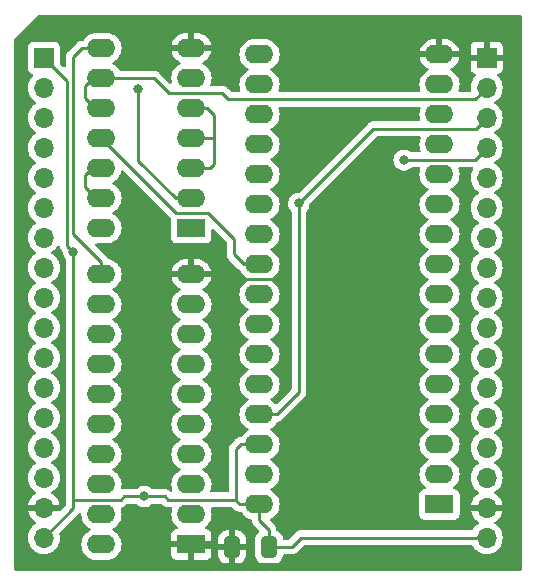
<source format=gbr>
%TF.GenerationSoftware,KiCad,Pcbnew,7.0.10*%
%TF.CreationDate,2024-02-06T22:12:15+01:00*%
%TF.ProjectId,16M2164_Ersatz_SRAM,31364d32-3136-4345-9f45-727361747a5f,1*%
%TF.SameCoordinates,Original*%
%TF.FileFunction,Copper,L1,Top*%
%TF.FilePolarity,Positive*%
%FSLAX46Y46*%
G04 Gerber Fmt 4.6, Leading zero omitted, Abs format (unit mm)*
G04 Created by KiCad (PCBNEW 7.0.10) date 2024-02-06 22:12:15*
%MOMM*%
%LPD*%
G01*
G04 APERTURE LIST*
G04 Aperture macros list*
%AMRoundRect*
0 Rectangle with rounded corners*
0 $1 Rounding radius*
0 $2 $3 $4 $5 $6 $7 $8 $9 X,Y pos of 4 corners*
0 Add a 4 corners polygon primitive as box body*
4,1,4,$2,$3,$4,$5,$6,$7,$8,$9,$2,$3,0*
0 Add four circle primitives for the rounded corners*
1,1,$1+$1,$2,$3*
1,1,$1+$1,$4,$5*
1,1,$1+$1,$6,$7*
1,1,$1+$1,$8,$9*
0 Add four rect primitives between the rounded corners*
20,1,$1+$1,$2,$3,$4,$5,0*
20,1,$1+$1,$4,$5,$6,$7,0*
20,1,$1+$1,$6,$7,$8,$9,0*
20,1,$1+$1,$8,$9,$2,$3,0*%
G04 Aperture macros list end*
%TA.AperFunction,ComponentPad*%
%ADD10R,2.400000X1.600000*%
%TD*%
%TA.AperFunction,ComponentPad*%
%ADD11O,2.400000X1.600000*%
%TD*%
%TA.AperFunction,SMDPad,CuDef*%
%ADD12RoundRect,0.250000X0.412500X0.650000X-0.412500X0.650000X-0.412500X-0.650000X0.412500X-0.650000X0*%
%TD*%
%TA.AperFunction,ComponentPad*%
%ADD13R,1.700000X1.700000*%
%TD*%
%TA.AperFunction,ComponentPad*%
%ADD14O,1.700000X1.700000*%
%TD*%
%TA.AperFunction,ViaPad*%
%ADD15C,0.800000*%
%TD*%
%TA.AperFunction,Conductor*%
%ADD16C,0.250000*%
%TD*%
G04 APERTURE END LIST*
D10*
%TO.P,U3,1,NC*%
%TO.N,unconnected-(U3-NC-Pad1)*%
X186000000Y-122400000D03*
D11*
%TO.P,U3,2,A16*%
%TO.N,/A1L*%
X186000000Y-119860000D03*
%TO.P,U3,3,A14*%
%TO.N,/A2L*%
X186000000Y-117320000D03*
%TO.P,U3,4,A12*%
%TO.N,A2*%
X186000000Y-114780000D03*
%TO.P,U3,5,A7*%
%TO.N,A0*%
X186000000Y-112240000D03*
%TO.P,U3,6,A6*%
%TO.N,/A0L*%
X186000000Y-109700000D03*
%TO.P,U3,7,A5*%
%TO.N,A3*%
X186000000Y-107160000D03*
%TO.P,U3,8,A4*%
%TO.N,/A3L*%
X186000000Y-104620000D03*
%TO.P,U3,9,A3*%
%TO.N,/A5L*%
X186000000Y-102080000D03*
%TO.P,U3,10,A2*%
%TO.N,A5*%
X186000000Y-99540000D03*
%TO.P,U3,11,A1*%
%TO.N,A4*%
X186000000Y-97000000D03*
%TO.P,U3,12,A0*%
%TO.N,/A4L*%
X186000000Y-94460000D03*
%TO.P,U3,13,Q0*%
%TO.N,D3*%
X186000000Y-91920000D03*
%TO.P,U3,14,Q1*%
%TO.N,D2*%
X186000000Y-89380000D03*
%TO.P,U3,15,Q2*%
%TO.N,D1*%
X186000000Y-86840000D03*
%TO.P,U3,16,GND*%
%TO.N,GND*%
X186000000Y-84300000D03*
%TO.P,U3,17,Q3*%
%TO.N,D0*%
X170760000Y-84300000D03*
%TO.P,U3,18,Q4*%
%TO.N,D4*%
X170760000Y-86840000D03*
%TO.P,U3,19,Q5*%
%TO.N,D5*%
X170760000Y-89380000D03*
%TO.P,U3,20,Q6*%
%TO.N,D6*%
X170760000Y-91920000D03*
%TO.P,U3,21,Q7*%
%TO.N,D7*%
X170760000Y-94460000D03*
%TO.P,U3,22,~{CS1}*%
%TO.N,/{slash}CS*%
X170760000Y-97000000D03*
%TO.P,U3,23,A10*%
%TO.N,{slash}CAS0*%
X170760000Y-99540000D03*
%TO.P,U3,24,~{OE}*%
%TO.N,/{slash}OE*%
X170760000Y-102080000D03*
%TO.P,U3,25,A11*%
%TO.N,/A6L*%
X170760000Y-104620000D03*
%TO.P,U3,26,A9*%
%TO.N,A6*%
X170760000Y-107160000D03*
%TO.P,U3,27,A8*%
%TO.N,A7*%
X170760000Y-109700000D03*
%TO.P,U3,28,A13*%
%TO.N,/A7L*%
X170760000Y-112240000D03*
%TO.P,U3,29,~{WE}*%
%TO.N,{slash}WE*%
X170760000Y-114780000D03*
%TO.P,U3,30,CS2*%
%TO.N,+5V*%
X170760000Y-117320000D03*
%TO.P,U3,31,A15*%
%TO.N,A1*%
X170760000Y-119860000D03*
%TO.P,U3,32,VCC*%
%TO.N,+5V*%
X170760000Y-122400000D03*
%TD*%
D12*
%TO.P,C3,1*%
%TO.N,+5V*%
X171562500Y-126000000D03*
%TO.P,C3,2*%
%TO.N,GND*%
X168437500Y-126000000D03*
%TD*%
D10*
%TO.P,U2,1,EN*%
%TO.N,GND*%
X165000000Y-125780000D03*
D11*
%TO.P,U2,2,Q1*%
%TO.N,/A2L*%
X165000000Y-123240000D03*
%TO.P,U2,3,D1*%
%TO.N,A2*%
X165000000Y-120700000D03*
%TO.P,U2,4,D2*%
%TO.N,A0*%
X165000000Y-118160000D03*
%TO.P,U2,5,Q2*%
%TO.N,/A0L*%
X165000000Y-115620000D03*
%TO.P,U2,6,Q3*%
%TO.N,/A7L*%
X165000000Y-113080000D03*
%TO.P,U2,7,D3*%
%TO.N,A7*%
X165000000Y-110540000D03*
%TO.P,U2,8,D4*%
%TO.N,A6*%
X165000000Y-108000000D03*
%TO.P,U2,9,Q4*%
%TO.N,/A6L*%
X165000000Y-105460000D03*
%TO.P,U2,10,GND*%
%TO.N,GND*%
X165000000Y-102920000D03*
%TO.P,U2,11,C*%
%TO.N,/RAS*%
X157380000Y-102920000D03*
%TO.P,U2,12,Q5*%
%TO.N,/A4L*%
X157380000Y-105460000D03*
%TO.P,U2,13,D5*%
%TO.N,A4*%
X157380000Y-108000000D03*
%TO.P,U2,14,D6*%
%TO.N,A5*%
X157380000Y-110540000D03*
%TO.P,U2,15,Q6*%
%TO.N,/A5L*%
X157380000Y-113080000D03*
%TO.P,U2,16,Q7*%
%TO.N,/A3L*%
X157380000Y-115620000D03*
%TO.P,U2,17,D7*%
%TO.N,A3*%
X157380000Y-118160000D03*
%TO.P,U2,18,D8*%
%TO.N,A1*%
X157380000Y-120700000D03*
%TO.P,U2,19,Q8*%
%TO.N,/A1L*%
X157380000Y-123240000D03*
%TO.P,U2,20,Vcc*%
%TO.N,+5V*%
X157380000Y-125780000D03*
%TD*%
D10*
%TO.P,U1,1,A1*%
%TO.N,{slash}CAS0*%
X165000000Y-99000000D03*
D11*
%TO.P,U1,2,B1*%
%TO.N,{slash}CAS1*%
X165000000Y-96460000D03*
%TO.P,U1,3,Y1*%
%TO.N,/CS*%
X165000000Y-93920000D03*
%TO.P,U1,4,A2*%
X165000000Y-91380000D03*
%TO.P,U1,5,B2*%
X165000000Y-88840000D03*
%TO.P,U1,6,Y2*%
%TO.N,/{slash}CS*%
X165000000Y-86300000D03*
%TO.P,U1,7,GND*%
%TO.N,GND*%
X165000000Y-83760000D03*
%TO.P,U1,8,Y3*%
%TO.N,/RAS*%
X157380000Y-83760000D03*
%TO.P,U1,9,A3*%
%TO.N,{slash}RAS*%
X157380000Y-86300000D03*
%TO.P,U1,10,B3*%
X157380000Y-88840000D03*
%TO.P,U1,11,Y4*%
%TO.N,/{slash}OE*%
X157380000Y-91380000D03*
%TO.P,U1,12,A4*%
%TO.N,{slash}WE*%
X157380000Y-93920000D03*
%TO.P,U1,13,B4*%
X157380000Y-96460000D03*
%TO.P,U1,14,Vcc*%
%TO.N,+5V*%
X157380000Y-99000000D03*
%TD*%
D13*
%TO.P,J2,1,Pin_1*%
%TO.N,GND*%
X190000000Y-84580000D03*
D14*
%TO.P,J2,2,Pin_2*%
%TO.N,{slash}RAS*%
X190000000Y-87120000D03*
%TO.P,J2,3,Pin_3*%
%TO.N,{slash}WE*%
X190000000Y-89660000D03*
%TO.P,J2,4,Pin_4*%
%TO.N,{slash}CAS0*%
X190000000Y-92200000D03*
%TO.P,J2,5,Pin_5*%
%TO.N,D0*%
X190000000Y-94740000D03*
%TO.P,J2,6,Pin_6*%
%TO.N,unconnected-(J2-Pin_6-Pad6)*%
X190000000Y-97280000D03*
%TO.P,J2,7,Pin_7*%
%TO.N,D1*%
X190000000Y-99820000D03*
%TO.P,J2,8,Pin_8*%
%TO.N,unconnected-(J2-Pin_8-Pad8)*%
X190000000Y-102360000D03*
%TO.P,J2,9,Pin_9*%
%TO.N,D2*%
X190000000Y-104900000D03*
%TO.P,J2,10,Pin_10*%
%TO.N,unconnected-(J2-Pin_10-Pad10)*%
X190000000Y-107440000D03*
%TO.P,J2,11,Pin_11*%
%TO.N,D3*%
X190000000Y-109980000D03*
%TO.P,J2,12,Pin_12*%
%TO.N,unconnected-(J2-Pin_12-Pad12)*%
X190000000Y-112520000D03*
%TO.P,J2,13,Pin_13*%
%TO.N,A0*%
X190000000Y-115060000D03*
%TO.P,J2,14,Pin_14*%
%TO.N,A1*%
X190000000Y-117600000D03*
%TO.P,J2,15,Pin_15*%
%TO.N,A2*%
X190000000Y-120140000D03*
%TO.P,J2,16,Pin_16*%
%TO.N,GND*%
X190000000Y-122680000D03*
%TO.P,J2,17,Pin_17*%
%TO.N,+5V*%
X190000000Y-125220000D03*
%TD*%
D13*
%TO.P,J1,1,Pin_1*%
%TO.N,+5V*%
X152500000Y-84580000D03*
D14*
%TO.P,J1,2,Pin_2*%
%TO.N,{slash}CAS1*%
X152500000Y-87120000D03*
%TO.P,J1,3,Pin_3*%
%TO.N,D4*%
X152500000Y-89660000D03*
%TO.P,J1,4,Pin_4*%
%TO.N,unconnected-(J1-Pin_4-Pad4)*%
X152500000Y-92200000D03*
%TO.P,J1,5,Pin_5*%
%TO.N,D5*%
X152500000Y-94740000D03*
%TO.P,J1,6,Pin_6*%
%TO.N,unconnected-(J1-Pin_6-Pad6)*%
X152500000Y-97280000D03*
%TO.P,J1,7,Pin_7*%
%TO.N,D6*%
X152500000Y-99820000D03*
%TO.P,J1,8,Pin_8*%
%TO.N,unconnected-(J1-Pin_8-Pad8)*%
X152500000Y-102360000D03*
%TO.P,J1,9,Pin_9*%
%TO.N,D7*%
X152500000Y-104900000D03*
%TO.P,J1,10,Pin_10*%
%TO.N,unconnected-(J1-Pin_10-Pad10)*%
X152500000Y-107440000D03*
%TO.P,J1,11,Pin_11*%
%TO.N,A4*%
X152500000Y-109980000D03*
%TO.P,J1,12,Pin_12*%
%TO.N,A5*%
X152500000Y-112520000D03*
%TO.P,J1,13,Pin_13*%
%TO.N,A6*%
X152500000Y-115060000D03*
%TO.P,J1,14,Pin_14*%
%TO.N,A7*%
X152500000Y-117600000D03*
%TO.P,J1,15,Pin_15*%
%TO.N,A3*%
X152500000Y-120140000D03*
%TO.P,J1,16,Pin_16*%
%TO.N,GND*%
X152500000Y-122680000D03*
%TO.P,J1,17,Pin_17*%
%TO.N,+5V*%
X152500000Y-125220000D03*
%TD*%
D15*
%TO.N,{slash}CAS1*%
X160500000Y-87250000D03*
%TO.N,{slash}WE*%
X174100000Y-96900000D03*
%TO.N,{slash}CAS0*%
X183000000Y-93250000D03*
%TO.N,+5V*%
X155000000Y-101000000D03*
X161000000Y-121725000D03*
%TO.N,GND*%
X174000000Y-94750000D03*
X160000000Y-103500000D03*
X162750000Y-100500000D03*
X183000000Y-86750000D03*
%TD*%
D16*
%TO.N,{slash}CAS1*%
X160500000Y-87250000D02*
X160500000Y-93300000D01*
X160500000Y-93300000D02*
X163660000Y-96460000D01*
X163660000Y-96460000D02*
X165000000Y-96460000D01*
%TO.N,{slash}RAS*%
X161800000Y-86300000D02*
X157380000Y-86300000D01*
X157380000Y-88840000D02*
X156840000Y-88840000D01*
X156000000Y-87000000D02*
X156000000Y-88000000D01*
X156000000Y-87000000D02*
X156700000Y-86300000D01*
X190000000Y-87120000D02*
X189020000Y-88100000D01*
X156700000Y-86300000D02*
X157380000Y-86300000D01*
X189020000Y-88100000D02*
X168115000Y-88100000D01*
X168115000Y-88100000D02*
X167615000Y-87600000D01*
X156840000Y-88840000D02*
X156000000Y-88000000D01*
X167615000Y-87600000D02*
X163100000Y-87600000D01*
X163100000Y-87600000D02*
X161800000Y-86300000D01*
%TO.N,{slash}WE*%
X189060000Y-90600000D02*
X190000000Y-89660000D01*
X174100000Y-112900000D02*
X172220000Y-114780000D01*
X172220000Y-114780000D02*
X170760000Y-114780000D01*
X156500000Y-94000000D02*
X156000000Y-94500000D01*
X174100000Y-96900000D02*
X180400000Y-90600000D01*
X174100000Y-96900000D02*
X174100000Y-112900000D01*
X157380000Y-94000000D02*
X156500000Y-94000000D01*
X157040000Y-96540000D02*
X157380000Y-96540000D01*
X156000000Y-95500000D02*
X157040000Y-96540000D01*
X180400000Y-90600000D02*
X189060000Y-90600000D01*
X156000000Y-94500000D02*
X156000000Y-95500000D01*
%TO.N,{slash}CAS0*%
X183050000Y-93200000D02*
X189000000Y-93200000D01*
X189000000Y-93200000D02*
X190000000Y-92200000D01*
X183000000Y-93250000D02*
X183050000Y-93200000D01*
%TO.N,/RAS*%
X155740000Y-83760000D02*
X157380000Y-83760000D01*
X155000000Y-84500000D02*
X155740000Y-83760000D01*
X157380000Y-102920000D02*
X157380000Y-101880000D01*
X155000000Y-99500000D02*
X155000000Y-84500000D01*
X157380000Y-101880000D02*
X155000000Y-99500000D01*
%TO.N,/{slash}OE*%
X169480000Y-102080000D02*
X168600000Y-101200000D01*
X170760000Y-102080000D02*
X169480000Y-102080000D01*
X168600000Y-101200000D02*
X168600000Y-99920000D01*
X166380000Y-97700000D02*
X163700000Y-97700000D01*
X163700000Y-97700000D02*
X157380000Y-91380000D01*
X168600000Y-99920000D02*
X166380000Y-97700000D01*
%TO.N,/CS*%
X166900000Y-91380000D02*
X166900000Y-93600000D01*
X166900000Y-93600000D02*
X166580000Y-93920000D01*
X165000000Y-88840000D02*
X166340000Y-88840000D01*
X166340000Y-88840000D02*
X166900000Y-89400000D01*
X165000000Y-91380000D02*
X166900000Y-91380000D01*
X166580000Y-93920000D02*
X165000000Y-93920000D01*
X166900000Y-89400000D02*
X166900000Y-91380000D01*
%TO.N,+5V*%
X168800000Y-122015000D02*
X168785000Y-122000000D01*
X159000000Y-122000000D02*
X159275000Y-121725000D01*
X168700000Y-122000000D02*
X168115000Y-122000000D01*
X155000000Y-122720000D02*
X152500000Y-125220000D01*
X168800000Y-117700000D02*
X168800000Y-122015000D01*
X162725000Y-121725000D02*
X161000000Y-121725000D01*
X170760000Y-123760000D02*
X171562500Y-124562500D01*
X170760000Y-117320000D02*
X169180000Y-117320000D01*
X168785000Y-122000000D02*
X168115000Y-122000000D01*
X155000000Y-101000000D02*
X155000000Y-122000000D01*
X163000000Y-122000000D02*
X162725000Y-121725000D01*
X168115000Y-122000000D02*
X163000000Y-122000000D01*
X154500000Y-86580000D02*
X154500000Y-100500000D01*
X159275000Y-121725000D02*
X161000000Y-121725000D01*
X169180000Y-117320000D02*
X168800000Y-117700000D01*
X155000000Y-122000000D02*
X159000000Y-122000000D01*
X154500000Y-100500000D02*
X155000000Y-101000000D01*
X152500000Y-84580000D02*
X154500000Y-86580000D01*
X170760000Y-122400000D02*
X170760000Y-123760000D01*
X190000000Y-125220000D02*
X174280000Y-125220000D01*
X174280000Y-125220000D02*
X173500000Y-126000000D01*
X155000000Y-122000000D02*
X155000000Y-122720000D01*
X173500000Y-126000000D02*
X171562500Y-126000000D01*
X171562500Y-124562500D02*
X171562500Y-126000000D01*
X169100000Y-122400000D02*
X168700000Y-122000000D01*
X170760000Y-122400000D02*
X169100000Y-122400000D01*
%TO.N,GND*%
X172800000Y-102700000D02*
X172200000Y-103300000D01*
X160000000Y-103500000D02*
X160580000Y-102920000D01*
X172200000Y-103300000D02*
X169300000Y-103300000D01*
X160580000Y-102920000D02*
X165000000Y-102920000D01*
X169300000Y-103300000D02*
X168920000Y-102920000D01*
X172775000Y-102675000D02*
X172800000Y-102700000D01*
X168437500Y-126000000D02*
X165220000Y-126000000D01*
X172775000Y-95975000D02*
X172775000Y-102675000D01*
X174000000Y-94750000D02*
X172775000Y-95975000D01*
X168920000Y-102920000D02*
X165000000Y-102920000D01*
X165220000Y-126000000D02*
X165000000Y-125780000D01*
%TD*%
%TA.AperFunction,Conductor*%
%TO.N,GND*%
G36*
X184361305Y-91245185D02*
G01*
X184407060Y-91297989D01*
X184417004Y-91367147D01*
X184406648Y-91401904D01*
X184373263Y-91473497D01*
X184373258Y-91473511D01*
X184314366Y-91693302D01*
X184314364Y-91693313D01*
X184294532Y-91919998D01*
X184294532Y-91920001D01*
X184314364Y-92146686D01*
X184314366Y-92146697D01*
X184373258Y-92366488D01*
X184373260Y-92366492D01*
X184373261Y-92366496D01*
X184379579Y-92380045D01*
X184387996Y-92398095D01*
X184398488Y-92467173D01*
X184369968Y-92530957D01*
X184311492Y-92569196D01*
X184275614Y-92574500D01*
X183642566Y-92574500D01*
X183575527Y-92554815D01*
X183569681Y-92550818D01*
X183452734Y-92465851D01*
X183452729Y-92465848D01*
X183279807Y-92388857D01*
X183279802Y-92388855D01*
X183134001Y-92357865D01*
X183094646Y-92349500D01*
X182905354Y-92349500D01*
X182872897Y-92356398D01*
X182720197Y-92388855D01*
X182720192Y-92388857D01*
X182547270Y-92465848D01*
X182547265Y-92465851D01*
X182394129Y-92577111D01*
X182267466Y-92717785D01*
X182172821Y-92881715D01*
X182172818Y-92881722D01*
X182114327Y-93061740D01*
X182114326Y-93061744D01*
X182094540Y-93250000D01*
X182114326Y-93438256D01*
X182114327Y-93438259D01*
X182172818Y-93618277D01*
X182172821Y-93618284D01*
X182267467Y-93782216D01*
X182371710Y-93897989D01*
X182394129Y-93922888D01*
X182547265Y-94034148D01*
X182547270Y-94034151D01*
X182720192Y-94111142D01*
X182720197Y-94111144D01*
X182905354Y-94150500D01*
X182905355Y-94150500D01*
X183094644Y-94150500D01*
X183094646Y-94150500D01*
X183279803Y-94111144D01*
X183452730Y-94034151D01*
X183605871Y-93922888D01*
X183656618Y-93866527D01*
X183716105Y-93829879D01*
X183748768Y-93825500D01*
X184266288Y-93825500D01*
X184333327Y-93845185D01*
X184379082Y-93897989D01*
X184389026Y-93967147D01*
X184378670Y-94001903D01*
X184377423Y-94004577D01*
X184373261Y-94013502D01*
X184373258Y-94013511D01*
X184314366Y-94233302D01*
X184314364Y-94233313D01*
X184294532Y-94459998D01*
X184294532Y-94460001D01*
X184314364Y-94686686D01*
X184314366Y-94686697D01*
X184373258Y-94906488D01*
X184373261Y-94906497D01*
X184469431Y-95112732D01*
X184469432Y-95112734D01*
X184599954Y-95299141D01*
X184760858Y-95460045D01*
X184760861Y-95460047D01*
X184947266Y-95590568D01*
X185005275Y-95617618D01*
X185057714Y-95663791D01*
X185076866Y-95730984D01*
X185056650Y-95797865D01*
X185005275Y-95842382D01*
X184947267Y-95869431D01*
X184947265Y-95869432D01*
X184760858Y-95999954D01*
X184599954Y-96160858D01*
X184469432Y-96347265D01*
X184469431Y-96347267D01*
X184373261Y-96553502D01*
X184373258Y-96553511D01*
X184314366Y-96773302D01*
X184314364Y-96773313D01*
X184294532Y-96999998D01*
X184294532Y-97000001D01*
X184314364Y-97226686D01*
X184314366Y-97226697D01*
X184373258Y-97446488D01*
X184373261Y-97446497D01*
X184469431Y-97652732D01*
X184469432Y-97652734D01*
X184599954Y-97839141D01*
X184760858Y-98000045D01*
X184760861Y-98000047D01*
X184947266Y-98130568D01*
X185005275Y-98157618D01*
X185057714Y-98203791D01*
X185076866Y-98270984D01*
X185056650Y-98337865D01*
X185005275Y-98382382D01*
X184947267Y-98409431D01*
X184947265Y-98409432D01*
X184760858Y-98539954D01*
X184599954Y-98700858D01*
X184469432Y-98887265D01*
X184469431Y-98887267D01*
X184373261Y-99093502D01*
X184373258Y-99093511D01*
X184314366Y-99313302D01*
X184314364Y-99313313D01*
X184294532Y-99539998D01*
X184294532Y-99540001D01*
X184314364Y-99766686D01*
X184314366Y-99766697D01*
X184373258Y-99986488D01*
X184373261Y-99986497D01*
X184469431Y-100192732D01*
X184469432Y-100192734D01*
X184599954Y-100379141D01*
X184760858Y-100540045D01*
X184773833Y-100549130D01*
X184947266Y-100670568D01*
X185005275Y-100697618D01*
X185057714Y-100743791D01*
X185076866Y-100810984D01*
X185056650Y-100877865D01*
X185005275Y-100922382D01*
X184947267Y-100949431D01*
X184947265Y-100949432D01*
X184760858Y-101079954D01*
X184599954Y-101240858D01*
X184469432Y-101427265D01*
X184469431Y-101427267D01*
X184373261Y-101633502D01*
X184373258Y-101633511D01*
X184314366Y-101853302D01*
X184314364Y-101853313D01*
X184294532Y-102079998D01*
X184294532Y-102080001D01*
X184314364Y-102306686D01*
X184314366Y-102306697D01*
X184373258Y-102526488D01*
X184373261Y-102526497D01*
X184469431Y-102732732D01*
X184469432Y-102732734D01*
X184599954Y-102919141D01*
X184760858Y-103080045D01*
X184760861Y-103080047D01*
X184947266Y-103210568D01*
X185005275Y-103237618D01*
X185057714Y-103283791D01*
X185076866Y-103350984D01*
X185056650Y-103417865D01*
X185005275Y-103462382D01*
X184947267Y-103489431D01*
X184947265Y-103489432D01*
X184760858Y-103619954D01*
X184599954Y-103780858D01*
X184469432Y-103967265D01*
X184469431Y-103967267D01*
X184373261Y-104173502D01*
X184373258Y-104173511D01*
X184314366Y-104393302D01*
X184314364Y-104393313D01*
X184294532Y-104619998D01*
X184294532Y-104620001D01*
X184314364Y-104846686D01*
X184314366Y-104846697D01*
X184373258Y-105066488D01*
X184373261Y-105066497D01*
X184469431Y-105272732D01*
X184469432Y-105272734D01*
X184599954Y-105459141D01*
X184760858Y-105620045D01*
X184760861Y-105620047D01*
X184947266Y-105750568D01*
X185005275Y-105777618D01*
X185057714Y-105823791D01*
X185076866Y-105890984D01*
X185056650Y-105957865D01*
X185005275Y-106002382D01*
X184947267Y-106029431D01*
X184947265Y-106029432D01*
X184760858Y-106159954D01*
X184599954Y-106320858D01*
X184469432Y-106507265D01*
X184469431Y-106507267D01*
X184373261Y-106713502D01*
X184373258Y-106713511D01*
X184314366Y-106933302D01*
X184314364Y-106933313D01*
X184294532Y-107159998D01*
X184294532Y-107160001D01*
X184314364Y-107386686D01*
X184314366Y-107386697D01*
X184373258Y-107606488D01*
X184373261Y-107606497D01*
X184469431Y-107812732D01*
X184469432Y-107812734D01*
X184599954Y-107999141D01*
X184760858Y-108160045D01*
X184760861Y-108160047D01*
X184947266Y-108290568D01*
X185005275Y-108317618D01*
X185057714Y-108363791D01*
X185076866Y-108430984D01*
X185056650Y-108497865D01*
X185005275Y-108542382D01*
X184947267Y-108569431D01*
X184947265Y-108569432D01*
X184760858Y-108699954D01*
X184599954Y-108860858D01*
X184469432Y-109047265D01*
X184469431Y-109047267D01*
X184373261Y-109253502D01*
X184373258Y-109253511D01*
X184314366Y-109473302D01*
X184314364Y-109473313D01*
X184294532Y-109699998D01*
X184294532Y-109700001D01*
X184314364Y-109926686D01*
X184314366Y-109926697D01*
X184373258Y-110146488D01*
X184373261Y-110146497D01*
X184469431Y-110352732D01*
X184469432Y-110352734D01*
X184599954Y-110539141D01*
X184760858Y-110700045D01*
X184760861Y-110700047D01*
X184947266Y-110830568D01*
X185005275Y-110857618D01*
X185057714Y-110903791D01*
X185076866Y-110970984D01*
X185056650Y-111037865D01*
X185005275Y-111082382D01*
X184947267Y-111109431D01*
X184947265Y-111109432D01*
X184760858Y-111239954D01*
X184599954Y-111400858D01*
X184469432Y-111587265D01*
X184469431Y-111587267D01*
X184373261Y-111793502D01*
X184373258Y-111793511D01*
X184314366Y-112013302D01*
X184314364Y-112013313D01*
X184294532Y-112239998D01*
X184294532Y-112240001D01*
X184314364Y-112466686D01*
X184314366Y-112466697D01*
X184373258Y-112686488D01*
X184373261Y-112686497D01*
X184469431Y-112892732D01*
X184469432Y-112892734D01*
X184599954Y-113079141D01*
X184760858Y-113240045D01*
X184760861Y-113240047D01*
X184947266Y-113370568D01*
X185005275Y-113397618D01*
X185057714Y-113443791D01*
X185076866Y-113510984D01*
X185056650Y-113577865D01*
X185005275Y-113622382D01*
X184947267Y-113649431D01*
X184947265Y-113649432D01*
X184760858Y-113779954D01*
X184599954Y-113940858D01*
X184469432Y-114127265D01*
X184469431Y-114127267D01*
X184373261Y-114333502D01*
X184373258Y-114333511D01*
X184314366Y-114553302D01*
X184314364Y-114553313D01*
X184294532Y-114779998D01*
X184294532Y-114780001D01*
X184314364Y-115006686D01*
X184314366Y-115006697D01*
X184373258Y-115226488D01*
X184373261Y-115226497D01*
X184469431Y-115432732D01*
X184469432Y-115432734D01*
X184599954Y-115619141D01*
X184760858Y-115780045D01*
X184760861Y-115780047D01*
X184947266Y-115910568D01*
X185005275Y-115937618D01*
X185057714Y-115983791D01*
X185076866Y-116050984D01*
X185056650Y-116117865D01*
X185005275Y-116162382D01*
X184947267Y-116189431D01*
X184947265Y-116189432D01*
X184760858Y-116319954D01*
X184599954Y-116480858D01*
X184469432Y-116667265D01*
X184469431Y-116667267D01*
X184373261Y-116873502D01*
X184373258Y-116873511D01*
X184314366Y-117093302D01*
X184314364Y-117093313D01*
X184294532Y-117319998D01*
X184294532Y-117320001D01*
X184314364Y-117546686D01*
X184314366Y-117546697D01*
X184373258Y-117766488D01*
X184373261Y-117766497D01*
X184469431Y-117972732D01*
X184469432Y-117972734D01*
X184599954Y-118159141D01*
X184760858Y-118320045D01*
X184760861Y-118320047D01*
X184947266Y-118450568D01*
X185005275Y-118477618D01*
X185057714Y-118523791D01*
X185076866Y-118590984D01*
X185056650Y-118657865D01*
X185005275Y-118702382D01*
X184947267Y-118729431D01*
X184947265Y-118729432D01*
X184760858Y-118859954D01*
X184599954Y-119020858D01*
X184469432Y-119207265D01*
X184469431Y-119207267D01*
X184373261Y-119413502D01*
X184373258Y-119413511D01*
X184314366Y-119633302D01*
X184314364Y-119633313D01*
X184294532Y-119859998D01*
X184294532Y-119860001D01*
X184314364Y-120086686D01*
X184314366Y-120086697D01*
X184373258Y-120306488D01*
X184373261Y-120306497D01*
X184469431Y-120512732D01*
X184469432Y-120512734D01*
X184599954Y-120699141D01*
X184760858Y-120860045D01*
X184785462Y-120877273D01*
X184829087Y-120931849D01*
X184836281Y-121001348D01*
X184804758Y-121063703D01*
X184744529Y-121099117D01*
X184727593Y-121102138D01*
X184692516Y-121105908D01*
X184557671Y-121156202D01*
X184557664Y-121156206D01*
X184442455Y-121242452D01*
X184442452Y-121242455D01*
X184356206Y-121357664D01*
X184356202Y-121357671D01*
X184305908Y-121492517D01*
X184299501Y-121552116D01*
X184299501Y-121552123D01*
X184299500Y-121552135D01*
X184299500Y-123247870D01*
X184299501Y-123247876D01*
X184305908Y-123307483D01*
X184356202Y-123442328D01*
X184356206Y-123442335D01*
X184442452Y-123557544D01*
X184442455Y-123557547D01*
X184557664Y-123643793D01*
X184557671Y-123643797D01*
X184692517Y-123694091D01*
X184692516Y-123694091D01*
X184699444Y-123694835D01*
X184752127Y-123700500D01*
X187247872Y-123700499D01*
X187307483Y-123694091D01*
X187442331Y-123643796D01*
X187557546Y-123557546D01*
X187643796Y-123442331D01*
X187694091Y-123307483D01*
X187700500Y-123247873D01*
X187700499Y-121552128D01*
X187694091Y-121492517D01*
X187659567Y-121399954D01*
X187643797Y-121357671D01*
X187643793Y-121357664D01*
X187557547Y-121242455D01*
X187557544Y-121242452D01*
X187442335Y-121156206D01*
X187442328Y-121156202D01*
X187307482Y-121105908D01*
X187307483Y-121105908D01*
X187272404Y-121102137D01*
X187207853Y-121075399D01*
X187168005Y-121018006D01*
X187165512Y-120948181D01*
X187201165Y-120888092D01*
X187214539Y-120877272D01*
X187218121Y-120874763D01*
X187239139Y-120860047D01*
X187400047Y-120699139D01*
X187530568Y-120512734D01*
X187626739Y-120306496D01*
X187685635Y-120086692D01*
X187705468Y-119860000D01*
X187685635Y-119633308D01*
X187626739Y-119413504D01*
X187530568Y-119207266D01*
X187400047Y-119020861D01*
X187400045Y-119020858D01*
X187239141Y-118859954D01*
X187052734Y-118729432D01*
X187052728Y-118729429D01*
X186994725Y-118702382D01*
X186942285Y-118656210D01*
X186923133Y-118589017D01*
X186943348Y-118522135D01*
X186994725Y-118477618D01*
X187052734Y-118450568D01*
X187239139Y-118320047D01*
X187400047Y-118159139D01*
X187530568Y-117972734D01*
X187626739Y-117766496D01*
X187685635Y-117546692D01*
X187705468Y-117320000D01*
X187685635Y-117093308D01*
X187626739Y-116873504D01*
X187530568Y-116667266D01*
X187400047Y-116480861D01*
X187400045Y-116480858D01*
X187239141Y-116319954D01*
X187052734Y-116189432D01*
X187052728Y-116189429D01*
X186994725Y-116162382D01*
X186942285Y-116116210D01*
X186923133Y-116049017D01*
X186943348Y-115982135D01*
X186994725Y-115937618D01*
X187052734Y-115910568D01*
X187239139Y-115780047D01*
X187400047Y-115619139D01*
X187530568Y-115432734D01*
X187626739Y-115226496D01*
X187685635Y-115006692D01*
X187705468Y-114780000D01*
X187685635Y-114553308D01*
X187626739Y-114333504D01*
X187530568Y-114127266D01*
X187400047Y-113940861D01*
X187400045Y-113940858D01*
X187239141Y-113779954D01*
X187052734Y-113649432D01*
X187052728Y-113649429D01*
X186994725Y-113622382D01*
X186942285Y-113576210D01*
X186923133Y-113509017D01*
X186943348Y-113442135D01*
X186994725Y-113397618D01*
X187052734Y-113370568D01*
X187239139Y-113240047D01*
X187400047Y-113079139D01*
X187530568Y-112892734D01*
X187626739Y-112686496D01*
X187685635Y-112466692D01*
X187705468Y-112240000D01*
X187685635Y-112013308D01*
X187626739Y-111793504D01*
X187530568Y-111587266D01*
X187400047Y-111400861D01*
X187400045Y-111400858D01*
X187239141Y-111239954D01*
X187052734Y-111109432D01*
X187052728Y-111109429D01*
X186994725Y-111082382D01*
X186942285Y-111036210D01*
X186923133Y-110969017D01*
X186943348Y-110902135D01*
X186994725Y-110857618D01*
X187052734Y-110830568D01*
X187239139Y-110700047D01*
X187400047Y-110539139D01*
X187530568Y-110352734D01*
X187626739Y-110146496D01*
X187685635Y-109926692D01*
X187705468Y-109700000D01*
X187685635Y-109473308D01*
X187626739Y-109253504D01*
X187530568Y-109047266D01*
X187400047Y-108860861D01*
X187400045Y-108860858D01*
X187239141Y-108699954D01*
X187052734Y-108569432D01*
X187052728Y-108569429D01*
X186994725Y-108542382D01*
X186942285Y-108496210D01*
X186923133Y-108429017D01*
X186943348Y-108362135D01*
X186994725Y-108317618D01*
X187052734Y-108290568D01*
X187239139Y-108160047D01*
X187400047Y-107999139D01*
X187530568Y-107812734D01*
X187626739Y-107606496D01*
X187685635Y-107386692D01*
X187705468Y-107160000D01*
X187685635Y-106933308D01*
X187626739Y-106713504D01*
X187530568Y-106507266D01*
X187400047Y-106320861D01*
X187400045Y-106320858D01*
X187239141Y-106159954D01*
X187052734Y-106029432D01*
X187052728Y-106029429D01*
X186994725Y-106002382D01*
X186942285Y-105956210D01*
X186923133Y-105889017D01*
X186943348Y-105822135D01*
X186994725Y-105777618D01*
X187052734Y-105750568D01*
X187239139Y-105620047D01*
X187400047Y-105459139D01*
X187530568Y-105272734D01*
X187626739Y-105066496D01*
X187685635Y-104846692D01*
X187705468Y-104620000D01*
X187685635Y-104393308D01*
X187630896Y-104189017D01*
X187626741Y-104173511D01*
X187626738Y-104173502D01*
X187582026Y-104077618D01*
X187530568Y-103967266D01*
X187400047Y-103780861D01*
X187400045Y-103780858D01*
X187239141Y-103619954D01*
X187052734Y-103489432D01*
X187052728Y-103489429D01*
X186994725Y-103462382D01*
X186942285Y-103416210D01*
X186923133Y-103349017D01*
X186943348Y-103282135D01*
X186994725Y-103237618D01*
X187052734Y-103210568D01*
X187239139Y-103080047D01*
X187400047Y-102919139D01*
X187530568Y-102732734D01*
X187626739Y-102526496D01*
X187685635Y-102306692D01*
X187705468Y-102080000D01*
X187685635Y-101853308D01*
X187634683Y-101663152D01*
X187626741Y-101633511D01*
X187626738Y-101633502D01*
X187530568Y-101427266D01*
X187400047Y-101240861D01*
X187400045Y-101240858D01*
X187239141Y-101079954D01*
X187052734Y-100949432D01*
X187052728Y-100949429D01*
X187025038Y-100936517D01*
X186994724Y-100922381D01*
X186942285Y-100876210D01*
X186923133Y-100809017D01*
X186943348Y-100742135D01*
X186994725Y-100697618D01*
X187052734Y-100670568D01*
X187239139Y-100540047D01*
X187400047Y-100379139D01*
X187530568Y-100192734D01*
X187626739Y-99986496D01*
X187685635Y-99766692D01*
X187705468Y-99540000D01*
X187685635Y-99313308D01*
X187626739Y-99093504D01*
X187530568Y-98887266D01*
X187400047Y-98700861D01*
X187400045Y-98700858D01*
X187239141Y-98539954D01*
X187052734Y-98409432D01*
X187052728Y-98409429D01*
X186994725Y-98382382D01*
X186942285Y-98336210D01*
X186923133Y-98269017D01*
X186943348Y-98202135D01*
X186994725Y-98157618D01*
X187052734Y-98130568D01*
X187239139Y-98000047D01*
X187400047Y-97839139D01*
X187530568Y-97652734D01*
X187626739Y-97446496D01*
X187685635Y-97226692D01*
X187705468Y-97000000D01*
X187685635Y-96773308D01*
X187626739Y-96553504D01*
X187530568Y-96347266D01*
X187400047Y-96160861D01*
X187400045Y-96160858D01*
X187239141Y-95999954D01*
X187052734Y-95869432D01*
X187052728Y-95869429D01*
X186994725Y-95842382D01*
X186942285Y-95796210D01*
X186923133Y-95729017D01*
X186943348Y-95662135D01*
X186994725Y-95617618D01*
X187052734Y-95590568D01*
X187239139Y-95460047D01*
X187400047Y-95299139D01*
X187530568Y-95112734D01*
X187626739Y-94906496D01*
X187685635Y-94686692D01*
X187705468Y-94460000D01*
X187685635Y-94233308D01*
X187626739Y-94013504D01*
X187621329Y-94001904D01*
X187610838Y-93932828D01*
X187639357Y-93869044D01*
X187697834Y-93830804D01*
X187733712Y-93825500D01*
X188753482Y-93825500D01*
X188820521Y-93845185D01*
X188866276Y-93897989D01*
X188876220Y-93967147D01*
X188855057Y-94020622D01*
X188851076Y-94026309D01*
X188825963Y-94062173D01*
X188726098Y-94276335D01*
X188726094Y-94276344D01*
X188664938Y-94504586D01*
X188664936Y-94504596D01*
X188644341Y-94739999D01*
X188644341Y-94740000D01*
X188664936Y-94975403D01*
X188664938Y-94975413D01*
X188726094Y-95203655D01*
X188726096Y-95203659D01*
X188726097Y-95203663D01*
X188772131Y-95302382D01*
X188825965Y-95417830D01*
X188825967Y-95417834D01*
X188900876Y-95524814D01*
X188961501Y-95611396D01*
X188961506Y-95611402D01*
X189128597Y-95778493D01*
X189128603Y-95778498D01*
X189314158Y-95908425D01*
X189357783Y-95963002D01*
X189364977Y-96032500D01*
X189333454Y-96094855D01*
X189314158Y-96111575D01*
X189128597Y-96241505D01*
X188961505Y-96408597D01*
X188825965Y-96602169D01*
X188825964Y-96602171D01*
X188726098Y-96816335D01*
X188726094Y-96816344D01*
X188664938Y-97044586D01*
X188664936Y-97044596D01*
X188644341Y-97279999D01*
X188644341Y-97280000D01*
X188664936Y-97515403D01*
X188664938Y-97515413D01*
X188726094Y-97743655D01*
X188726096Y-97743659D01*
X188726097Y-97743663D01*
X188772131Y-97842382D01*
X188825965Y-97957830D01*
X188825967Y-97957834D01*
X188879737Y-98034625D01*
X188961501Y-98151396D01*
X188961506Y-98151402D01*
X189128597Y-98318493D01*
X189128603Y-98318498D01*
X189314158Y-98448425D01*
X189357783Y-98503002D01*
X189364977Y-98572500D01*
X189333454Y-98634855D01*
X189314158Y-98651575D01*
X189128597Y-98781505D01*
X188961505Y-98948597D01*
X188825965Y-99142169D01*
X188825964Y-99142171D01*
X188726098Y-99356335D01*
X188726094Y-99356344D01*
X188664938Y-99584586D01*
X188664936Y-99584596D01*
X188644341Y-99819999D01*
X188644341Y-99820000D01*
X188664936Y-100055403D01*
X188664938Y-100055413D01*
X188726094Y-100283655D01*
X188726096Y-100283659D01*
X188726097Y-100283663D01*
X188803818Y-100450336D01*
X188825965Y-100497830D01*
X188825967Y-100497834D01*
X188934281Y-100652521D01*
X188961501Y-100691396D01*
X188961506Y-100691402D01*
X189128597Y-100858493D01*
X189128603Y-100858498D01*
X189314158Y-100988425D01*
X189357783Y-101043002D01*
X189364977Y-101112500D01*
X189333454Y-101174855D01*
X189314158Y-101191575D01*
X189128597Y-101321505D01*
X188961505Y-101488597D01*
X188825965Y-101682169D01*
X188825964Y-101682171D01*
X188726098Y-101896335D01*
X188726094Y-101896344D01*
X188664938Y-102124586D01*
X188664936Y-102124596D01*
X188644341Y-102359999D01*
X188644341Y-102360000D01*
X188664936Y-102595403D01*
X188664938Y-102595413D01*
X188726094Y-102823655D01*
X188726096Y-102823659D01*
X188726097Y-102823663D01*
X188825965Y-103037830D01*
X188825967Y-103037834D01*
X188961501Y-103231395D01*
X188961506Y-103231402D01*
X189128597Y-103398493D01*
X189128603Y-103398498D01*
X189314158Y-103528425D01*
X189357783Y-103583002D01*
X189364977Y-103652500D01*
X189333454Y-103714855D01*
X189314158Y-103731575D01*
X189128597Y-103861505D01*
X188961505Y-104028597D01*
X188825965Y-104222169D01*
X188825964Y-104222171D01*
X188726098Y-104436335D01*
X188726094Y-104436344D01*
X188664938Y-104664586D01*
X188664936Y-104664596D01*
X188644341Y-104899999D01*
X188644341Y-104900000D01*
X188664936Y-105135403D01*
X188664938Y-105135413D01*
X188726094Y-105363655D01*
X188726096Y-105363659D01*
X188726097Y-105363663D01*
X188825965Y-105577830D01*
X188825967Y-105577834D01*
X188961501Y-105771395D01*
X188961506Y-105771402D01*
X189128597Y-105938493D01*
X189128603Y-105938498D01*
X189314158Y-106068425D01*
X189357783Y-106123002D01*
X189364977Y-106192500D01*
X189333454Y-106254855D01*
X189314158Y-106271575D01*
X189128597Y-106401505D01*
X188961505Y-106568597D01*
X188825965Y-106762169D01*
X188825964Y-106762171D01*
X188726098Y-106976335D01*
X188726094Y-106976344D01*
X188664938Y-107204586D01*
X188664936Y-107204596D01*
X188644341Y-107439999D01*
X188644341Y-107440000D01*
X188664936Y-107675403D01*
X188664938Y-107675413D01*
X188726094Y-107903655D01*
X188726096Y-107903659D01*
X188726097Y-107903663D01*
X188825965Y-108117830D01*
X188825967Y-108117834D01*
X188961501Y-108311395D01*
X188961506Y-108311402D01*
X189128597Y-108478493D01*
X189128603Y-108478498D01*
X189314158Y-108608425D01*
X189357783Y-108663002D01*
X189364977Y-108732500D01*
X189333454Y-108794855D01*
X189314158Y-108811575D01*
X189128597Y-108941505D01*
X188961505Y-109108597D01*
X188825965Y-109302169D01*
X188825964Y-109302171D01*
X188726098Y-109516335D01*
X188726094Y-109516344D01*
X188664938Y-109744586D01*
X188664936Y-109744596D01*
X188644341Y-109979999D01*
X188644341Y-109980000D01*
X188664936Y-110215403D01*
X188664938Y-110215413D01*
X188726094Y-110443655D01*
X188726096Y-110443659D01*
X188726097Y-110443663D01*
X188825965Y-110657830D01*
X188825967Y-110657834D01*
X188961501Y-110851395D01*
X188961506Y-110851402D01*
X189128597Y-111018493D01*
X189128603Y-111018498D01*
X189314158Y-111148425D01*
X189357783Y-111203002D01*
X189364977Y-111272500D01*
X189333454Y-111334855D01*
X189314158Y-111351575D01*
X189128597Y-111481505D01*
X188961505Y-111648597D01*
X188825965Y-111842169D01*
X188825964Y-111842171D01*
X188726098Y-112056335D01*
X188726094Y-112056344D01*
X188664938Y-112284586D01*
X188664936Y-112284596D01*
X188644341Y-112519999D01*
X188644341Y-112520000D01*
X188664936Y-112755403D01*
X188664938Y-112755413D01*
X188726094Y-112983655D01*
X188726096Y-112983659D01*
X188726097Y-112983663D01*
X188825965Y-113197830D01*
X188825967Y-113197834D01*
X188905428Y-113311315D01*
X188961214Y-113390986D01*
X188961501Y-113391395D01*
X188961506Y-113391402D01*
X189128597Y-113558493D01*
X189128603Y-113558498D01*
X189314158Y-113688425D01*
X189357783Y-113743002D01*
X189364977Y-113812500D01*
X189333454Y-113874855D01*
X189314158Y-113891575D01*
X189128597Y-114021505D01*
X188961505Y-114188597D01*
X188825965Y-114382169D01*
X188825964Y-114382171D01*
X188726098Y-114596335D01*
X188726094Y-114596344D01*
X188664938Y-114824586D01*
X188664936Y-114824596D01*
X188644341Y-115059999D01*
X188644341Y-115060000D01*
X188664936Y-115295403D01*
X188664938Y-115295413D01*
X188726094Y-115523655D01*
X188726096Y-115523659D01*
X188726097Y-115523663D01*
X188825965Y-115737830D01*
X188825967Y-115737834D01*
X188961501Y-115931395D01*
X188961506Y-115931402D01*
X189128597Y-116098493D01*
X189128603Y-116098498D01*
X189314158Y-116228425D01*
X189357783Y-116283002D01*
X189364977Y-116352500D01*
X189333454Y-116414855D01*
X189314158Y-116431575D01*
X189128597Y-116561505D01*
X188961505Y-116728597D01*
X188825965Y-116922169D01*
X188825964Y-116922171D01*
X188726098Y-117136335D01*
X188726094Y-117136344D01*
X188664938Y-117364586D01*
X188664936Y-117364596D01*
X188644341Y-117599999D01*
X188644341Y-117600000D01*
X188664936Y-117835403D01*
X188664938Y-117835413D01*
X188726094Y-118063655D01*
X188726096Y-118063659D01*
X188726097Y-118063663D01*
X188825965Y-118277830D01*
X188825967Y-118277834D01*
X188961501Y-118471395D01*
X188961506Y-118471402D01*
X189128597Y-118638493D01*
X189128603Y-118638498D01*
X189314158Y-118768425D01*
X189357783Y-118823002D01*
X189364977Y-118892500D01*
X189333454Y-118954855D01*
X189314158Y-118971575D01*
X189128597Y-119101505D01*
X188961505Y-119268597D01*
X188825965Y-119462169D01*
X188825964Y-119462171D01*
X188726098Y-119676335D01*
X188726094Y-119676344D01*
X188664938Y-119904586D01*
X188664936Y-119904596D01*
X188644341Y-120139999D01*
X188644341Y-120140000D01*
X188664936Y-120375403D01*
X188664938Y-120375413D01*
X188726094Y-120603655D01*
X188726096Y-120603659D01*
X188726097Y-120603663D01*
X188825965Y-120817830D01*
X188825967Y-120817834D01*
X188961501Y-121011395D01*
X188961506Y-121011402D01*
X189128597Y-121178493D01*
X189128603Y-121178498D01*
X189156262Y-121197865D01*
X189275592Y-121281421D01*
X189314594Y-121308730D01*
X189358219Y-121363307D01*
X189365413Y-121432805D01*
X189333890Y-121495160D01*
X189314595Y-121511880D01*
X189128922Y-121641890D01*
X189128920Y-121641891D01*
X188961891Y-121808920D01*
X188961886Y-121808926D01*
X188826400Y-122002420D01*
X188826399Y-122002422D01*
X188726570Y-122216507D01*
X188726567Y-122216513D01*
X188669364Y-122429999D01*
X188669364Y-122430000D01*
X189566314Y-122430000D01*
X189540507Y-122470156D01*
X189500000Y-122608111D01*
X189500000Y-122751889D01*
X189540507Y-122889844D01*
X189566314Y-122930000D01*
X188669364Y-122930000D01*
X188726567Y-123143486D01*
X188726570Y-123143492D01*
X188826399Y-123357578D01*
X188961894Y-123551082D01*
X189128917Y-123718105D01*
X189314595Y-123848119D01*
X189358219Y-123902696D01*
X189365412Y-123972195D01*
X189333890Y-124034549D01*
X189314595Y-124051269D01*
X189128594Y-124181508D01*
X188961505Y-124348597D01*
X188826348Y-124541623D01*
X188771771Y-124585248D01*
X188724773Y-124594500D01*
X174362743Y-124594500D01*
X174347122Y-124592775D01*
X174347095Y-124593061D01*
X174339333Y-124592326D01*
X174272113Y-124594439D01*
X174268219Y-124594500D01*
X174240650Y-124594500D01*
X174236673Y-124595002D01*
X174225042Y-124595917D01*
X174181374Y-124597289D01*
X174181368Y-124597290D01*
X174162126Y-124602880D01*
X174143087Y-124606823D01*
X174123217Y-124609334D01*
X174123203Y-124609337D01*
X174082598Y-124625413D01*
X174071554Y-124629194D01*
X174029614Y-124641379D01*
X174029610Y-124641381D01*
X174012366Y-124651579D01*
X173994905Y-124660133D01*
X173976274Y-124667510D01*
X173976262Y-124667517D01*
X173940933Y-124693185D01*
X173931173Y-124699596D01*
X173893580Y-124721829D01*
X173879414Y-124735995D01*
X173864624Y-124748627D01*
X173848414Y-124760404D01*
X173848411Y-124760407D01*
X173820573Y-124794058D01*
X173812711Y-124802697D01*
X173277228Y-125338181D01*
X173215905Y-125371666D01*
X173189547Y-125374500D01*
X172845089Y-125374500D01*
X172778050Y-125354815D01*
X172732295Y-125302011D01*
X172721731Y-125263102D01*
X172719839Y-125244591D01*
X172714999Y-125197203D01*
X172659814Y-125030666D01*
X172567712Y-124881344D01*
X172443656Y-124757288D01*
X172294334Y-124665186D01*
X172294332Y-124665185D01*
X172294330Y-124665184D01*
X172294331Y-124665184D01*
X172272994Y-124658114D01*
X172215550Y-124618341D01*
X172188728Y-124553825D01*
X172188000Y-124540409D01*
X172188000Y-124523151D01*
X172188000Y-124523150D01*
X172187497Y-124519170D01*
X172186580Y-124507521D01*
X172185796Y-124482574D01*
X172185209Y-124463872D01*
X172179620Y-124444637D01*
X172175674Y-124425584D01*
X172173164Y-124405708D01*
X172157078Y-124365081D01*
X172153303Y-124354054D01*
X172141117Y-124312110D01*
X172130921Y-124294869D01*
X172122360Y-124277393D01*
X172114986Y-124258769D01*
X172114985Y-124258767D01*
X172114217Y-124257710D01*
X172089309Y-124223426D01*
X172082912Y-124213690D01*
X172060670Y-124176079D01*
X172060667Y-124176076D01*
X172060665Y-124176073D01*
X172046505Y-124161913D01*
X172033870Y-124147120D01*
X172022093Y-124130912D01*
X171988445Y-124103076D01*
X171979804Y-124095213D01*
X171666815Y-123782224D01*
X171633330Y-123720901D01*
X171638314Y-123651209D01*
X171680186Y-123595276D01*
X171702087Y-123582163D01*
X171812734Y-123530568D01*
X171999139Y-123400047D01*
X172160047Y-123239139D01*
X172290568Y-123052734D01*
X172386739Y-122846496D01*
X172445635Y-122626692D01*
X172465468Y-122400000D01*
X172464896Y-122393466D01*
X172449414Y-122216507D01*
X172445635Y-122173308D01*
X172386739Y-121953504D01*
X172290568Y-121747266D01*
X172160047Y-121560861D01*
X172160045Y-121560858D01*
X171999141Y-121399954D01*
X171812734Y-121269432D01*
X171812728Y-121269429D01*
X171754882Y-121242455D01*
X171754724Y-121242381D01*
X171702285Y-121196210D01*
X171683133Y-121129017D01*
X171703348Y-121062135D01*
X171754725Y-121017618D01*
X171812734Y-120990568D01*
X171999139Y-120860047D01*
X172160047Y-120699139D01*
X172290568Y-120512734D01*
X172386739Y-120306496D01*
X172445635Y-120086692D01*
X172465468Y-119860000D01*
X172445635Y-119633308D01*
X172386739Y-119413504D01*
X172290568Y-119207266D01*
X172160047Y-119020861D01*
X172160045Y-119020858D01*
X171999141Y-118859954D01*
X171812734Y-118729432D01*
X171812728Y-118729429D01*
X171754725Y-118702382D01*
X171702285Y-118656210D01*
X171683133Y-118589017D01*
X171703348Y-118522135D01*
X171754725Y-118477618D01*
X171812734Y-118450568D01*
X171999139Y-118320047D01*
X172160047Y-118159139D01*
X172290568Y-117972734D01*
X172386739Y-117766496D01*
X172445635Y-117546692D01*
X172465468Y-117320000D01*
X172445635Y-117093308D01*
X172386739Y-116873504D01*
X172290568Y-116667266D01*
X172160047Y-116480861D01*
X172160045Y-116480858D01*
X171999141Y-116319954D01*
X171812734Y-116189432D01*
X171812728Y-116189429D01*
X171754725Y-116162382D01*
X171702285Y-116116210D01*
X171683133Y-116049017D01*
X171703348Y-115982135D01*
X171754725Y-115937618D01*
X171812734Y-115910568D01*
X171999139Y-115780047D01*
X172160047Y-115619139D01*
X172283000Y-115443543D01*
X172337577Y-115399918D01*
X172369034Y-115391643D01*
X172376792Y-115390664D01*
X172417401Y-115374585D01*
X172428444Y-115370803D01*
X172470390Y-115358618D01*
X172487629Y-115348422D01*
X172505103Y-115339862D01*
X172523727Y-115332488D01*
X172523727Y-115332487D01*
X172523732Y-115332486D01*
X172559083Y-115306800D01*
X172568814Y-115300408D01*
X172606420Y-115278170D01*
X172620589Y-115263999D01*
X172635379Y-115251368D01*
X172651587Y-115239594D01*
X172679438Y-115205926D01*
X172687279Y-115197309D01*
X174483787Y-113400801D01*
X174496042Y-113390986D01*
X174495859Y-113390764D01*
X174501868Y-113385791D01*
X174501877Y-113385786D01*
X174547949Y-113336722D01*
X174550566Y-113334023D01*
X174570120Y-113314471D01*
X174572576Y-113311303D01*
X174580156Y-113302427D01*
X174610062Y-113270582D01*
X174619713Y-113253024D01*
X174630396Y-113236761D01*
X174642673Y-113220936D01*
X174660021Y-113180844D01*
X174665151Y-113170371D01*
X174686197Y-113132092D01*
X174691180Y-113112680D01*
X174697481Y-113094280D01*
X174705437Y-113075896D01*
X174712270Y-113032748D01*
X174714633Y-113021338D01*
X174725500Y-112979019D01*
X174725500Y-112958983D01*
X174727027Y-112939582D01*
X174730160Y-112919804D01*
X174726049Y-112876327D01*
X174725500Y-112864658D01*
X174725500Y-97598687D01*
X174745185Y-97531648D01*
X174757350Y-97515715D01*
X174775891Y-97495122D01*
X174832533Y-97432216D01*
X174927179Y-97268284D01*
X174985674Y-97088256D01*
X175003321Y-96920345D01*
X175029905Y-96855732D01*
X175038952Y-96845636D01*
X180622772Y-91261819D01*
X180684095Y-91228334D01*
X180710453Y-91225500D01*
X184294266Y-91225500D01*
X184361305Y-91245185D01*
G37*
%TD.AperFunction*%
%TA.AperFunction,Conductor*%
G36*
X153838153Y-100510398D02*
G01*
X153873567Y-100570627D01*
X153877237Y-100596918D01*
X153877290Y-100598624D01*
X153877291Y-100598627D01*
X153882880Y-100617867D01*
X153886824Y-100636911D01*
X153889336Y-100656792D01*
X153905414Y-100697403D01*
X153909197Y-100708452D01*
X153919464Y-100743791D01*
X153921382Y-100750390D01*
X153931050Y-100766739D01*
X153931580Y-100767634D01*
X153940138Y-100785103D01*
X153947514Y-100803732D01*
X153973181Y-100839060D01*
X153979593Y-100848821D01*
X154001828Y-100886417D01*
X154001833Y-100886424D01*
X154015990Y-100900580D01*
X154028628Y-100915376D01*
X154040405Y-100931586D01*
X154040406Y-100931587D01*
X154052828Y-100941863D01*
X154091936Y-100999763D01*
X154097109Y-101024445D01*
X154101116Y-101062575D01*
X154114326Y-101188256D01*
X154114327Y-101188259D01*
X154172818Y-101368277D01*
X154172821Y-101368284D01*
X154267467Y-101532216D01*
X154307132Y-101576268D01*
X154342650Y-101615715D01*
X154372880Y-101678706D01*
X154374500Y-101698687D01*
X154374500Y-121929152D01*
X154372305Y-121952379D01*
X154372090Y-121953511D01*
X154370773Y-121960414D01*
X154374255Y-122015757D01*
X154374500Y-122023543D01*
X154374500Y-122409546D01*
X154354815Y-122476585D01*
X154338181Y-122497227D01*
X153941727Y-122893681D01*
X153880404Y-122927166D01*
X153854046Y-122930000D01*
X152933686Y-122930000D01*
X152959493Y-122889844D01*
X153000000Y-122751889D01*
X153000000Y-122608111D01*
X152959493Y-122470156D01*
X152933686Y-122430000D01*
X153830636Y-122430000D01*
X153830635Y-122429999D01*
X153773432Y-122216513D01*
X153773429Y-122216507D01*
X153673600Y-122002422D01*
X153673599Y-122002420D01*
X153538113Y-121808926D01*
X153538108Y-121808920D01*
X153371078Y-121641890D01*
X153185405Y-121511879D01*
X153141780Y-121457302D01*
X153134588Y-121387804D01*
X153166110Y-121325449D01*
X153185406Y-121308730D01*
X153195002Y-121302011D01*
X153371401Y-121178495D01*
X153538495Y-121011401D01*
X153674035Y-120817830D01*
X153773903Y-120603663D01*
X153835063Y-120375408D01*
X153855659Y-120140000D01*
X153835063Y-119904592D01*
X153773903Y-119676337D01*
X153674035Y-119462171D01*
X153650821Y-119429017D01*
X153538494Y-119268597D01*
X153371402Y-119101506D01*
X153371396Y-119101501D01*
X153185842Y-118971575D01*
X153142217Y-118916998D01*
X153135023Y-118847500D01*
X153166546Y-118785145D01*
X153185842Y-118768425D01*
X153220057Y-118744467D01*
X153371401Y-118638495D01*
X153538495Y-118471401D01*
X153674035Y-118277830D01*
X153773903Y-118063663D01*
X153835063Y-117835408D01*
X153855659Y-117600000D01*
X153835063Y-117364592D01*
X153773903Y-117136337D01*
X153674035Y-116922171D01*
X153657501Y-116898557D01*
X153538494Y-116728597D01*
X153371402Y-116561506D01*
X153371396Y-116561501D01*
X153185842Y-116431575D01*
X153142217Y-116376998D01*
X153135023Y-116307500D01*
X153166546Y-116245145D01*
X153185842Y-116228425D01*
X153208026Y-116212891D01*
X153371401Y-116098495D01*
X153538495Y-115931401D01*
X153674035Y-115737830D01*
X153773903Y-115523663D01*
X153835063Y-115295408D01*
X153855659Y-115060000D01*
X153835063Y-114824592D01*
X153773903Y-114596337D01*
X153674035Y-114382171D01*
X153650821Y-114349017D01*
X153538494Y-114188597D01*
X153371402Y-114021506D01*
X153371396Y-114021501D01*
X153185842Y-113891575D01*
X153142217Y-113836998D01*
X153135023Y-113767500D01*
X153166546Y-113705145D01*
X153185842Y-113688425D01*
X153208026Y-113672891D01*
X153371401Y-113558495D01*
X153538495Y-113391401D01*
X153674035Y-113197830D01*
X153773903Y-112983663D01*
X153835063Y-112755408D01*
X153855659Y-112520000D01*
X153835063Y-112284592D01*
X153773903Y-112056337D01*
X153674035Y-111842171D01*
X153650821Y-111809017D01*
X153538494Y-111648597D01*
X153371402Y-111481506D01*
X153371396Y-111481501D01*
X153185842Y-111351575D01*
X153142217Y-111296998D01*
X153135023Y-111227500D01*
X153166546Y-111165145D01*
X153185842Y-111148425D01*
X153208026Y-111132891D01*
X153371401Y-111018495D01*
X153538495Y-110851401D01*
X153674035Y-110657830D01*
X153773903Y-110443663D01*
X153835063Y-110215408D01*
X153855659Y-109980000D01*
X153835063Y-109744592D01*
X153773903Y-109516337D01*
X153674035Y-109302171D01*
X153650821Y-109269017D01*
X153538494Y-109108597D01*
X153371402Y-108941506D01*
X153371396Y-108941501D01*
X153185842Y-108811575D01*
X153142217Y-108756998D01*
X153135023Y-108687500D01*
X153166546Y-108625145D01*
X153185842Y-108608425D01*
X153208026Y-108592891D01*
X153371401Y-108478495D01*
X153538495Y-108311401D01*
X153674035Y-108117830D01*
X153773903Y-107903663D01*
X153835063Y-107675408D01*
X153855659Y-107440000D01*
X153835063Y-107204592D01*
X153773903Y-106976337D01*
X153674035Y-106762171D01*
X153650821Y-106729017D01*
X153538494Y-106568597D01*
X153371402Y-106401506D01*
X153371396Y-106401501D01*
X153185842Y-106271575D01*
X153142217Y-106216998D01*
X153135023Y-106147500D01*
X153166546Y-106085145D01*
X153185842Y-106068425D01*
X153208026Y-106052891D01*
X153371401Y-105938495D01*
X153538495Y-105771401D01*
X153674035Y-105577830D01*
X153773903Y-105363663D01*
X153835063Y-105135408D01*
X153855659Y-104900000D01*
X153835063Y-104664592D01*
X153773903Y-104436337D01*
X153674035Y-104222171D01*
X153650821Y-104189017D01*
X153538494Y-104028597D01*
X153371402Y-103861506D01*
X153371396Y-103861501D01*
X153185842Y-103731575D01*
X153142217Y-103676998D01*
X153135023Y-103607500D01*
X153166546Y-103545145D01*
X153185842Y-103528425D01*
X153208026Y-103512891D01*
X153371401Y-103398495D01*
X153538495Y-103231401D01*
X153674035Y-103037830D01*
X153773903Y-102823663D01*
X153835063Y-102595408D01*
X153855659Y-102360000D01*
X153835063Y-102124592D01*
X153773903Y-101896337D01*
X153674035Y-101682171D01*
X153658109Y-101659425D01*
X153538494Y-101488597D01*
X153371402Y-101321506D01*
X153371396Y-101321501D01*
X153185842Y-101191575D01*
X153142217Y-101136998D01*
X153135023Y-101067500D01*
X153166546Y-101005145D01*
X153185842Y-100988425D01*
X153221935Y-100963152D01*
X153371401Y-100858495D01*
X153538495Y-100691401D01*
X153651724Y-100529692D01*
X153706300Y-100486069D01*
X153775798Y-100478875D01*
X153838153Y-100510398D01*
G37*
%TD.AperFunction*%
%TA.AperFunction,Conductor*%
G36*
X159220152Y-94117303D02*
G01*
X159259021Y-94143611D01*
X163199194Y-98083784D01*
X163209019Y-98096048D01*
X163209240Y-98095866D01*
X163214210Y-98101874D01*
X163260384Y-98145234D01*
X163295779Y-98205475D01*
X163299500Y-98235626D01*
X163299500Y-99847870D01*
X163299501Y-99847876D01*
X163305908Y-99907483D01*
X163356202Y-100042328D01*
X163356206Y-100042335D01*
X163442452Y-100157544D01*
X163442455Y-100157547D01*
X163557664Y-100243793D01*
X163557671Y-100243797D01*
X163692517Y-100294091D01*
X163692516Y-100294091D01*
X163699444Y-100294835D01*
X163752127Y-100300500D01*
X166247872Y-100300499D01*
X166307483Y-100294091D01*
X166442331Y-100243796D01*
X166557546Y-100157546D01*
X166643796Y-100042331D01*
X166694091Y-99907483D01*
X166700500Y-99847873D01*
X166700499Y-99204449D01*
X166720183Y-99137412D01*
X166772987Y-99091657D01*
X166842146Y-99081713D01*
X166905702Y-99110738D01*
X166912180Y-99116770D01*
X167938181Y-100142771D01*
X167971666Y-100204094D01*
X167974500Y-100230452D01*
X167974500Y-101117255D01*
X167972775Y-101132872D01*
X167973061Y-101132899D01*
X167972326Y-101140665D01*
X167974439Y-101207872D01*
X167974500Y-101211767D01*
X167974500Y-101239357D01*
X167975003Y-101243335D01*
X167975918Y-101254967D01*
X167977290Y-101298624D01*
X167977291Y-101298627D01*
X167982880Y-101317867D01*
X167986824Y-101336911D01*
X167988171Y-101347568D01*
X167989336Y-101356792D01*
X168005414Y-101397403D01*
X168009197Y-101408452D01*
X168020807Y-101448413D01*
X168021382Y-101450390D01*
X168029797Y-101464620D01*
X168031580Y-101467634D01*
X168040136Y-101485100D01*
X168047514Y-101503732D01*
X168073181Y-101539060D01*
X168079593Y-101548821D01*
X168101828Y-101586417D01*
X168101833Y-101586424D01*
X168115990Y-101600580D01*
X168128628Y-101615376D01*
X168140405Y-101631586D01*
X168140406Y-101631587D01*
X168174057Y-101659425D01*
X168182698Y-101667288D01*
X168979197Y-102463788D01*
X168989022Y-102476051D01*
X168989243Y-102475869D01*
X168994211Y-102481874D01*
X168994213Y-102481876D01*
X168994214Y-102481877D01*
X169041719Y-102526488D01*
X169043222Y-102527899D01*
X169046021Y-102530612D01*
X169065522Y-102550114D01*
X169065526Y-102550117D01*
X169065529Y-102550120D01*
X169068702Y-102552581D01*
X169077574Y-102560159D01*
X169109418Y-102590062D01*
X169126976Y-102599714D01*
X169143230Y-102610390D01*
X169159064Y-102622673D01*
X169159066Y-102622674D01*
X169165198Y-102627430D01*
X169201579Y-102673004D01*
X169211047Y-102693308D01*
X169229431Y-102732732D01*
X169229432Y-102732734D01*
X169359954Y-102919141D01*
X169520858Y-103080045D01*
X169520861Y-103080047D01*
X169707266Y-103210568D01*
X169765275Y-103237618D01*
X169817714Y-103283791D01*
X169836866Y-103350984D01*
X169816650Y-103417865D01*
X169765275Y-103462382D01*
X169707267Y-103489431D01*
X169707265Y-103489432D01*
X169520858Y-103619954D01*
X169359954Y-103780858D01*
X169229432Y-103967265D01*
X169229431Y-103967267D01*
X169133261Y-104173502D01*
X169133258Y-104173511D01*
X169074366Y-104393302D01*
X169074364Y-104393313D01*
X169054532Y-104619998D01*
X169054532Y-104620001D01*
X169074364Y-104846686D01*
X169074366Y-104846697D01*
X169133258Y-105066488D01*
X169133261Y-105066497D01*
X169229431Y-105272732D01*
X169229432Y-105272734D01*
X169359954Y-105459141D01*
X169520858Y-105620045D01*
X169520861Y-105620047D01*
X169707266Y-105750568D01*
X169765275Y-105777618D01*
X169817714Y-105823791D01*
X169836866Y-105890984D01*
X169816650Y-105957865D01*
X169765275Y-106002382D01*
X169707267Y-106029431D01*
X169707265Y-106029432D01*
X169520858Y-106159954D01*
X169359954Y-106320858D01*
X169229432Y-106507265D01*
X169229431Y-106507267D01*
X169133261Y-106713502D01*
X169133258Y-106713511D01*
X169074366Y-106933302D01*
X169074364Y-106933313D01*
X169054532Y-107159998D01*
X169054532Y-107160001D01*
X169074364Y-107386686D01*
X169074366Y-107386697D01*
X169133258Y-107606488D01*
X169133261Y-107606497D01*
X169229431Y-107812732D01*
X169229432Y-107812734D01*
X169359954Y-107999141D01*
X169520858Y-108160045D01*
X169520861Y-108160047D01*
X169707266Y-108290568D01*
X169765275Y-108317618D01*
X169817714Y-108363791D01*
X169836866Y-108430984D01*
X169816650Y-108497865D01*
X169765275Y-108542382D01*
X169707267Y-108569431D01*
X169707265Y-108569432D01*
X169520858Y-108699954D01*
X169359954Y-108860858D01*
X169229432Y-109047265D01*
X169229431Y-109047267D01*
X169133261Y-109253502D01*
X169133258Y-109253511D01*
X169074366Y-109473302D01*
X169074364Y-109473313D01*
X169054532Y-109699998D01*
X169054532Y-109700001D01*
X169074364Y-109926686D01*
X169074366Y-109926697D01*
X169133258Y-110146488D01*
X169133261Y-110146497D01*
X169229431Y-110352732D01*
X169229432Y-110352734D01*
X169359954Y-110539141D01*
X169520858Y-110700045D01*
X169520861Y-110700047D01*
X169707266Y-110830568D01*
X169765275Y-110857618D01*
X169817714Y-110903791D01*
X169836866Y-110970984D01*
X169816650Y-111037865D01*
X169765275Y-111082382D01*
X169707267Y-111109431D01*
X169707265Y-111109432D01*
X169520858Y-111239954D01*
X169359954Y-111400858D01*
X169229432Y-111587265D01*
X169229431Y-111587267D01*
X169133261Y-111793502D01*
X169133258Y-111793511D01*
X169074366Y-112013302D01*
X169074364Y-112013313D01*
X169054532Y-112239998D01*
X169054532Y-112240001D01*
X169074364Y-112466686D01*
X169074366Y-112466697D01*
X169133258Y-112686488D01*
X169133261Y-112686497D01*
X169229431Y-112892732D01*
X169229432Y-112892734D01*
X169359954Y-113079141D01*
X169520858Y-113240045D01*
X169520861Y-113240047D01*
X169707266Y-113370568D01*
X169765275Y-113397618D01*
X169817714Y-113443791D01*
X169836866Y-113510984D01*
X169816650Y-113577865D01*
X169765275Y-113622382D01*
X169707267Y-113649431D01*
X169707265Y-113649432D01*
X169520858Y-113779954D01*
X169359954Y-113940858D01*
X169229432Y-114127265D01*
X169229431Y-114127267D01*
X169133261Y-114333502D01*
X169133258Y-114333511D01*
X169074366Y-114553302D01*
X169074364Y-114553313D01*
X169054532Y-114779998D01*
X169054532Y-114780001D01*
X169074364Y-115006686D01*
X169074366Y-115006697D01*
X169133258Y-115226488D01*
X169133261Y-115226497D01*
X169229431Y-115432732D01*
X169229432Y-115432734D01*
X169359954Y-115619141D01*
X169520858Y-115780045D01*
X169520861Y-115780047D01*
X169707266Y-115910568D01*
X169765275Y-115937618D01*
X169817714Y-115983791D01*
X169836866Y-116050984D01*
X169816650Y-116117865D01*
X169765275Y-116162382D01*
X169707267Y-116189431D01*
X169707265Y-116189432D01*
X169520858Y-116319954D01*
X169359954Y-116480858D01*
X169247387Y-116641623D01*
X169192811Y-116685248D01*
X169145812Y-116694500D01*
X169140650Y-116694500D01*
X169136962Y-116694965D01*
X169136649Y-116695005D01*
X169125031Y-116695918D01*
X169081373Y-116697290D01*
X169081372Y-116697290D01*
X169062129Y-116702881D01*
X169043079Y-116706825D01*
X169023211Y-116709334D01*
X169023210Y-116709335D01*
X168982600Y-116725413D01*
X168971553Y-116729195D01*
X168929610Y-116741381D01*
X168929609Y-116741382D01*
X168912367Y-116751579D01*
X168894899Y-116760137D01*
X168876269Y-116767513D01*
X168876266Y-116767515D01*
X168840939Y-116793181D01*
X168831180Y-116799592D01*
X168793579Y-116821830D01*
X168779408Y-116836000D01*
X168764623Y-116848628D01*
X168748412Y-116860407D01*
X168720571Y-116894059D01*
X168712711Y-116902696D01*
X168416208Y-117199199D01*
X168403951Y-117209020D01*
X168404134Y-117209241D01*
X168398122Y-117214214D01*
X168352098Y-117263223D01*
X168349391Y-117266016D01*
X168329889Y-117285517D01*
X168329875Y-117285534D01*
X168327407Y-117288715D01*
X168319843Y-117297570D01*
X168289937Y-117329418D01*
X168289936Y-117329420D01*
X168280284Y-117346976D01*
X168269610Y-117363226D01*
X168257329Y-117379061D01*
X168257324Y-117379068D01*
X168239975Y-117419158D01*
X168234838Y-117429644D01*
X168213803Y-117467906D01*
X168208822Y-117487307D01*
X168202521Y-117505710D01*
X168194562Y-117524102D01*
X168194561Y-117524105D01*
X168187728Y-117567243D01*
X168185360Y-117578674D01*
X168174501Y-117620971D01*
X168174500Y-117620982D01*
X168174500Y-117641016D01*
X168172973Y-117660415D01*
X168169840Y-117680194D01*
X168169840Y-117680195D01*
X168173950Y-117723674D01*
X168174500Y-117735343D01*
X168174500Y-121250500D01*
X168154815Y-121317539D01*
X168102011Y-121363294D01*
X168050500Y-121374500D01*
X166715060Y-121374500D01*
X166648021Y-121354815D01*
X166602266Y-121302011D01*
X166592322Y-121232853D01*
X166602678Y-121198096D01*
X166624370Y-121151577D01*
X166626739Y-121146496D01*
X166685635Y-120926692D01*
X166705468Y-120700000D01*
X166685635Y-120473308D01*
X166626739Y-120253504D01*
X166530568Y-120047266D01*
X166430670Y-119904596D01*
X166400045Y-119860858D01*
X166239141Y-119699954D01*
X166052734Y-119569432D01*
X166052728Y-119569429D01*
X165994725Y-119542382D01*
X165942285Y-119496210D01*
X165923133Y-119429017D01*
X165943348Y-119362135D01*
X165994725Y-119317618D01*
X166052734Y-119290568D01*
X166239139Y-119160047D01*
X166400047Y-118999139D01*
X166530568Y-118812734D01*
X166626739Y-118606496D01*
X166685635Y-118386692D01*
X166705468Y-118160000D01*
X166685635Y-117933308D01*
X166626739Y-117713504D01*
X166530568Y-117507266D01*
X166430670Y-117364596D01*
X166400045Y-117320858D01*
X166239141Y-117159954D01*
X166052734Y-117029432D01*
X166052728Y-117029429D01*
X165994725Y-117002382D01*
X165942285Y-116956210D01*
X165923133Y-116889017D01*
X165943348Y-116822135D01*
X165994725Y-116777618D01*
X166052734Y-116750568D01*
X166239139Y-116620047D01*
X166400047Y-116459139D01*
X166530568Y-116272734D01*
X166626739Y-116066496D01*
X166685635Y-115846692D01*
X166705468Y-115620000D01*
X166685635Y-115393308D01*
X166626739Y-115173504D01*
X166530568Y-114967266D01*
X166430670Y-114824596D01*
X166400045Y-114780858D01*
X166239141Y-114619954D01*
X166052734Y-114489432D01*
X166052728Y-114489429D01*
X165994725Y-114462382D01*
X165942285Y-114416210D01*
X165923133Y-114349017D01*
X165943348Y-114282135D01*
X165994725Y-114237618D01*
X166052734Y-114210568D01*
X166239139Y-114080047D01*
X166400047Y-113919139D01*
X166530568Y-113732734D01*
X166626739Y-113526496D01*
X166685635Y-113306692D01*
X166705468Y-113080000D01*
X166685635Y-112853308D01*
X166640916Y-112686415D01*
X166626741Y-112633511D01*
X166626738Y-112633502D01*
X166553171Y-112475739D01*
X166530568Y-112427266D01*
X166430670Y-112284596D01*
X166400045Y-112240858D01*
X166239141Y-112079954D01*
X166052734Y-111949432D01*
X166052728Y-111949429D01*
X165994725Y-111922382D01*
X165942285Y-111876210D01*
X165923133Y-111809017D01*
X165943348Y-111742135D01*
X165994725Y-111697618D01*
X166052734Y-111670568D01*
X166239139Y-111540047D01*
X166400047Y-111379139D01*
X166530568Y-111192734D01*
X166626739Y-110986496D01*
X166685635Y-110766692D01*
X166705468Y-110540000D01*
X166685635Y-110313308D01*
X166626739Y-110093504D01*
X166530568Y-109887266D01*
X166430670Y-109744596D01*
X166400045Y-109700858D01*
X166239141Y-109539954D01*
X166052734Y-109409432D01*
X166052728Y-109409429D01*
X165994725Y-109382382D01*
X165942285Y-109336210D01*
X165923133Y-109269017D01*
X165943348Y-109202135D01*
X165994725Y-109157618D01*
X166052734Y-109130568D01*
X166239139Y-109000047D01*
X166400047Y-108839139D01*
X166530568Y-108652734D01*
X166626739Y-108446496D01*
X166685635Y-108226692D01*
X166705468Y-108000000D01*
X166685635Y-107773308D01*
X166626739Y-107553504D01*
X166530568Y-107347266D01*
X166430670Y-107204596D01*
X166400045Y-107160858D01*
X166239141Y-106999954D01*
X166052734Y-106869432D01*
X166052728Y-106869429D01*
X165994725Y-106842382D01*
X165942285Y-106796210D01*
X165923133Y-106729017D01*
X165943348Y-106662135D01*
X165994725Y-106617618D01*
X166052734Y-106590568D01*
X166239139Y-106460047D01*
X166400047Y-106299139D01*
X166530568Y-106112734D01*
X166626739Y-105906496D01*
X166685635Y-105686692D01*
X166705468Y-105460000D01*
X166685635Y-105233308D01*
X166626739Y-105013504D01*
X166530568Y-104807266D01*
X166430670Y-104664596D01*
X166400045Y-104620858D01*
X166239141Y-104459954D01*
X166052734Y-104329432D01*
X166052732Y-104329431D01*
X165994725Y-104302382D01*
X165994132Y-104302105D01*
X165941694Y-104255934D01*
X165922542Y-104188740D01*
X165942758Y-104121859D01*
X165994134Y-104077341D01*
X166052484Y-104050132D01*
X166238820Y-103919657D01*
X166399657Y-103758820D01*
X166530134Y-103572482D01*
X166626265Y-103366326D01*
X166626269Y-103366317D01*
X166678872Y-103170000D01*
X165315686Y-103170000D01*
X165327641Y-103158045D01*
X165385165Y-103045148D01*
X165404986Y-102920000D01*
X165385165Y-102794852D01*
X165327641Y-102681955D01*
X165315686Y-102670000D01*
X166678872Y-102670000D01*
X166678872Y-102669999D01*
X166626269Y-102473682D01*
X166626265Y-102473673D01*
X166530134Y-102267517D01*
X166399657Y-102081179D01*
X166238820Y-101920342D01*
X166052482Y-101789865D01*
X165846326Y-101693734D01*
X165846317Y-101693730D01*
X165626610Y-101634860D01*
X165626599Y-101634858D01*
X165456766Y-101620000D01*
X165250000Y-101620000D01*
X165250000Y-102604314D01*
X165238045Y-102592359D01*
X165125148Y-102534835D01*
X165031481Y-102520000D01*
X164968519Y-102520000D01*
X164874852Y-102534835D01*
X164761955Y-102592359D01*
X164750000Y-102604314D01*
X164750000Y-101620000D01*
X164543233Y-101620000D01*
X164373400Y-101634858D01*
X164373389Y-101634860D01*
X164153682Y-101693730D01*
X164153673Y-101693734D01*
X163947517Y-101789865D01*
X163761179Y-101920342D01*
X163600342Y-102081179D01*
X163469865Y-102267517D01*
X163373734Y-102473673D01*
X163373730Y-102473682D01*
X163321127Y-102669999D01*
X163321128Y-102670000D01*
X164684314Y-102670000D01*
X164672359Y-102681955D01*
X164614835Y-102794852D01*
X164595014Y-102920000D01*
X164614835Y-103045148D01*
X164672359Y-103158045D01*
X164684314Y-103170000D01*
X163321128Y-103170000D01*
X163373730Y-103366317D01*
X163373734Y-103366326D01*
X163469865Y-103572482D01*
X163600342Y-103758820D01*
X163761179Y-103919657D01*
X163947518Y-104050134D01*
X163947520Y-104050135D01*
X164005865Y-104077342D01*
X164058305Y-104123514D01*
X164077457Y-104190707D01*
X164057242Y-104257589D01*
X164005867Y-104302105D01*
X163947268Y-104329431D01*
X163947264Y-104329433D01*
X163760858Y-104459954D01*
X163599954Y-104620858D01*
X163469432Y-104807265D01*
X163469431Y-104807267D01*
X163373261Y-105013502D01*
X163373258Y-105013511D01*
X163314366Y-105233302D01*
X163314364Y-105233313D01*
X163294532Y-105459998D01*
X163294532Y-105460001D01*
X163314364Y-105686686D01*
X163314366Y-105686697D01*
X163373258Y-105906488D01*
X163373261Y-105906497D01*
X163469431Y-106112732D01*
X163469432Y-106112734D01*
X163599954Y-106299141D01*
X163760858Y-106460045D01*
X163760861Y-106460047D01*
X163947266Y-106590568D01*
X164005275Y-106617618D01*
X164057714Y-106663791D01*
X164076866Y-106730984D01*
X164056650Y-106797865D01*
X164005275Y-106842382D01*
X163947267Y-106869431D01*
X163947265Y-106869432D01*
X163760858Y-106999954D01*
X163599954Y-107160858D01*
X163469432Y-107347265D01*
X163469431Y-107347267D01*
X163373261Y-107553502D01*
X163373258Y-107553511D01*
X163314366Y-107773302D01*
X163314364Y-107773313D01*
X163294532Y-107999998D01*
X163294532Y-108000001D01*
X163314364Y-108226686D01*
X163314366Y-108226697D01*
X163373258Y-108446488D01*
X163373261Y-108446497D01*
X163469431Y-108652732D01*
X163469432Y-108652734D01*
X163599954Y-108839141D01*
X163760858Y-109000045D01*
X163760861Y-109000047D01*
X163947266Y-109130568D01*
X164005275Y-109157618D01*
X164057714Y-109203791D01*
X164076866Y-109270984D01*
X164056650Y-109337865D01*
X164005275Y-109382382D01*
X163947267Y-109409431D01*
X163947265Y-109409432D01*
X163760858Y-109539954D01*
X163599954Y-109700858D01*
X163469432Y-109887265D01*
X163469431Y-109887267D01*
X163373261Y-110093502D01*
X163373258Y-110093511D01*
X163314366Y-110313302D01*
X163314364Y-110313313D01*
X163294532Y-110539998D01*
X163294532Y-110540001D01*
X163314364Y-110766686D01*
X163314366Y-110766697D01*
X163373258Y-110986488D01*
X163373261Y-110986497D01*
X163469431Y-111192732D01*
X163469432Y-111192734D01*
X163599954Y-111379141D01*
X163760858Y-111540045D01*
X163760861Y-111540047D01*
X163947266Y-111670568D01*
X164005275Y-111697618D01*
X164057714Y-111743791D01*
X164076866Y-111810984D01*
X164056650Y-111877865D01*
X164005275Y-111922382D01*
X163947267Y-111949431D01*
X163947265Y-111949432D01*
X163760858Y-112079954D01*
X163599954Y-112240858D01*
X163469432Y-112427265D01*
X163469431Y-112427267D01*
X163373261Y-112633502D01*
X163373258Y-112633511D01*
X163314366Y-112853302D01*
X163314364Y-112853313D01*
X163294532Y-113079998D01*
X163294532Y-113080001D01*
X163314364Y-113306686D01*
X163314366Y-113306697D01*
X163373258Y-113526488D01*
X163373261Y-113526497D01*
X163469431Y-113732732D01*
X163469432Y-113732734D01*
X163599954Y-113919141D01*
X163760858Y-114080045D01*
X163760861Y-114080047D01*
X163947266Y-114210568D01*
X164005275Y-114237618D01*
X164057714Y-114283791D01*
X164076866Y-114350984D01*
X164056650Y-114417865D01*
X164005275Y-114462382D01*
X163947267Y-114489431D01*
X163947265Y-114489432D01*
X163760858Y-114619954D01*
X163599954Y-114780858D01*
X163469432Y-114967265D01*
X163469431Y-114967267D01*
X163373261Y-115173502D01*
X163373258Y-115173511D01*
X163314366Y-115393302D01*
X163314364Y-115393313D01*
X163294532Y-115619998D01*
X163294532Y-115620001D01*
X163314364Y-115846686D01*
X163314366Y-115846697D01*
X163373258Y-116066488D01*
X163373261Y-116066497D01*
X163469431Y-116272732D01*
X163469432Y-116272734D01*
X163599954Y-116459141D01*
X163760858Y-116620045D01*
X163760861Y-116620047D01*
X163947266Y-116750568D01*
X163983607Y-116767514D01*
X164005275Y-116777618D01*
X164057714Y-116823791D01*
X164076866Y-116890984D01*
X164056650Y-116957865D01*
X164005275Y-117002382D01*
X163947267Y-117029431D01*
X163947265Y-117029432D01*
X163760858Y-117159954D01*
X163599954Y-117320858D01*
X163469432Y-117507265D01*
X163469431Y-117507267D01*
X163373261Y-117713502D01*
X163373258Y-117713511D01*
X163314366Y-117933302D01*
X163314364Y-117933313D01*
X163294532Y-118159998D01*
X163294532Y-118160001D01*
X163314364Y-118386686D01*
X163314366Y-118386697D01*
X163373258Y-118606488D01*
X163373261Y-118606497D01*
X163469431Y-118812732D01*
X163469432Y-118812734D01*
X163599954Y-118999141D01*
X163760858Y-119160045D01*
X163760861Y-119160047D01*
X163947266Y-119290568D01*
X164005275Y-119317618D01*
X164057714Y-119363791D01*
X164076866Y-119430984D01*
X164056650Y-119497865D01*
X164005275Y-119542382D01*
X163947267Y-119569431D01*
X163947265Y-119569432D01*
X163760858Y-119699954D01*
X163599954Y-119860858D01*
X163469432Y-120047265D01*
X163469431Y-120047267D01*
X163373261Y-120253502D01*
X163373258Y-120253511D01*
X163314366Y-120473302D01*
X163314364Y-120473313D01*
X163294532Y-120699998D01*
X163294532Y-120700001D01*
X163314364Y-120926686D01*
X163314366Y-120926697D01*
X163373258Y-121146488D01*
X163373260Y-121146493D01*
X163373261Y-121146496D01*
X163374224Y-121148561D01*
X163374375Y-121149555D01*
X163375111Y-121151577D01*
X163374704Y-121151724D01*
X163384714Y-121217638D01*
X163356192Y-121281421D01*
X163297714Y-121319659D01*
X163227847Y-121320212D01*
X163176956Y-121291354D01*
X163161775Y-121277098D01*
X163158976Y-121274385D01*
X163139477Y-121254885D01*
X163139471Y-121254880D01*
X163136286Y-121252409D01*
X163127434Y-121244848D01*
X163095582Y-121214938D01*
X163095580Y-121214936D01*
X163095577Y-121214935D01*
X163078029Y-121205288D01*
X163061763Y-121194604D01*
X163045932Y-121182324D01*
X163005849Y-121164978D01*
X162995363Y-121159841D01*
X162957094Y-121138803D01*
X162957092Y-121138802D01*
X162937693Y-121133822D01*
X162919281Y-121127518D01*
X162900898Y-121119562D01*
X162900892Y-121119560D01*
X162857760Y-121112729D01*
X162846322Y-121110361D01*
X162804020Y-121099500D01*
X162804019Y-121099500D01*
X162783984Y-121099500D01*
X162764586Y-121097973D01*
X162757162Y-121096797D01*
X162744805Y-121094840D01*
X162744804Y-121094840D01*
X162701325Y-121098950D01*
X162689656Y-121099500D01*
X161703748Y-121099500D01*
X161636709Y-121079815D01*
X161611600Y-121058474D01*
X161605873Y-121052114D01*
X161605869Y-121052110D01*
X161452734Y-120940851D01*
X161452729Y-120940848D01*
X161279807Y-120863857D01*
X161279802Y-120863855D01*
X161134001Y-120832865D01*
X161094646Y-120824500D01*
X160905354Y-120824500D01*
X160872897Y-120831398D01*
X160720197Y-120863855D01*
X160720192Y-120863857D01*
X160547270Y-120940848D01*
X160547265Y-120940851D01*
X160394130Y-121052110D01*
X160394126Y-121052114D01*
X160388400Y-121058474D01*
X160328913Y-121095121D01*
X160296252Y-121099500D01*
X159357743Y-121099500D01*
X159342122Y-121097775D01*
X159342095Y-121098061D01*
X159334333Y-121097326D01*
X159267113Y-121099439D01*
X159263219Y-121099500D01*
X159235650Y-121099500D01*
X159231673Y-121100002D01*
X159220042Y-121100917D01*
X159184128Y-121102046D01*
X159116503Y-121084477D01*
X159069112Y-121033137D01*
X159057000Y-120964325D01*
X159060456Y-120946017D01*
X159065635Y-120926692D01*
X159085468Y-120700000D01*
X159065635Y-120473308D01*
X159006739Y-120253504D01*
X158910568Y-120047266D01*
X158810670Y-119904596D01*
X158780045Y-119860858D01*
X158619141Y-119699954D01*
X158432734Y-119569432D01*
X158432728Y-119569429D01*
X158374725Y-119542382D01*
X158322285Y-119496210D01*
X158303133Y-119429017D01*
X158323348Y-119362135D01*
X158374725Y-119317618D01*
X158432734Y-119290568D01*
X158619139Y-119160047D01*
X158780047Y-118999139D01*
X158910568Y-118812734D01*
X159006739Y-118606496D01*
X159065635Y-118386692D01*
X159085468Y-118160000D01*
X159065635Y-117933308D01*
X159006739Y-117713504D01*
X158910568Y-117507266D01*
X158810670Y-117364596D01*
X158780045Y-117320858D01*
X158619141Y-117159954D01*
X158432734Y-117029432D01*
X158432728Y-117029429D01*
X158374725Y-117002382D01*
X158322285Y-116956210D01*
X158303133Y-116889017D01*
X158323348Y-116822135D01*
X158374725Y-116777618D01*
X158432734Y-116750568D01*
X158619139Y-116620047D01*
X158780047Y-116459139D01*
X158910568Y-116272734D01*
X159006739Y-116066496D01*
X159065635Y-115846692D01*
X159085468Y-115620000D01*
X159065635Y-115393308D01*
X159006739Y-115173504D01*
X158910568Y-114967266D01*
X158810670Y-114824596D01*
X158780045Y-114780858D01*
X158619141Y-114619954D01*
X158432734Y-114489432D01*
X158432728Y-114489429D01*
X158374725Y-114462382D01*
X158322285Y-114416210D01*
X158303133Y-114349017D01*
X158323348Y-114282135D01*
X158374725Y-114237618D01*
X158432734Y-114210568D01*
X158619139Y-114080047D01*
X158780047Y-113919139D01*
X158910568Y-113732734D01*
X159006739Y-113526496D01*
X159065635Y-113306692D01*
X159085468Y-113080000D01*
X159065635Y-112853308D01*
X159020916Y-112686415D01*
X159006741Y-112633511D01*
X159006738Y-112633502D01*
X158933171Y-112475739D01*
X158910568Y-112427266D01*
X158810670Y-112284596D01*
X158780045Y-112240858D01*
X158619141Y-112079954D01*
X158432734Y-111949432D01*
X158432728Y-111949429D01*
X158374725Y-111922382D01*
X158322285Y-111876210D01*
X158303133Y-111809017D01*
X158323348Y-111742135D01*
X158374725Y-111697618D01*
X158432734Y-111670568D01*
X158619139Y-111540047D01*
X158780047Y-111379139D01*
X158910568Y-111192734D01*
X159006739Y-110986496D01*
X159065635Y-110766692D01*
X159085468Y-110540000D01*
X159065635Y-110313308D01*
X159006739Y-110093504D01*
X158910568Y-109887266D01*
X158810670Y-109744596D01*
X158780045Y-109700858D01*
X158619141Y-109539954D01*
X158432734Y-109409432D01*
X158432728Y-109409429D01*
X158374725Y-109382382D01*
X158322285Y-109336210D01*
X158303133Y-109269017D01*
X158323348Y-109202135D01*
X158374725Y-109157618D01*
X158432734Y-109130568D01*
X158619139Y-109000047D01*
X158780047Y-108839139D01*
X158910568Y-108652734D01*
X159006739Y-108446496D01*
X159065635Y-108226692D01*
X159085468Y-108000000D01*
X159065635Y-107773308D01*
X159006739Y-107553504D01*
X158910568Y-107347266D01*
X158810670Y-107204596D01*
X158780045Y-107160858D01*
X158619141Y-106999954D01*
X158432734Y-106869432D01*
X158432728Y-106869429D01*
X158374725Y-106842382D01*
X158322285Y-106796210D01*
X158303133Y-106729017D01*
X158323348Y-106662135D01*
X158374725Y-106617618D01*
X158432734Y-106590568D01*
X158619139Y-106460047D01*
X158780047Y-106299139D01*
X158910568Y-106112734D01*
X159006739Y-105906496D01*
X159065635Y-105686692D01*
X159085468Y-105460000D01*
X159065635Y-105233308D01*
X159006739Y-105013504D01*
X158910568Y-104807266D01*
X158810670Y-104664596D01*
X158780045Y-104620858D01*
X158619141Y-104459954D01*
X158432734Y-104329432D01*
X158432728Y-104329429D01*
X158374725Y-104302382D01*
X158322285Y-104256210D01*
X158303133Y-104189017D01*
X158323348Y-104122135D01*
X158374725Y-104077618D01*
X158375319Y-104077341D01*
X158432734Y-104050568D01*
X158619139Y-103920047D01*
X158780047Y-103759139D01*
X158910568Y-103572734D01*
X159006739Y-103366496D01*
X159065635Y-103146692D01*
X159085468Y-102920000D01*
X159065635Y-102693308D01*
X159008982Y-102481874D01*
X159006741Y-102473511D01*
X159006738Y-102473502D01*
X158933171Y-102315739D01*
X158910568Y-102267266D01*
X158810670Y-102124596D01*
X158780045Y-102080858D01*
X158619141Y-101919954D01*
X158432734Y-101789432D01*
X158432732Y-101789431D01*
X158226497Y-101693261D01*
X158226488Y-101693258D01*
X158008212Y-101634772D01*
X157948551Y-101598407D01*
X157937186Y-101582495D01*
X157937072Y-101582579D01*
X157906816Y-101540935D01*
X157900403Y-101531172D01*
X157878172Y-101493583D01*
X157878170Y-101493579D01*
X157878166Y-101493575D01*
X157878163Y-101493571D01*
X157864005Y-101479413D01*
X157851370Y-101464620D01*
X157839593Y-101448412D01*
X157805945Y-101420576D01*
X157797304Y-101412713D01*
X156896772Y-100512181D01*
X156863287Y-100450858D01*
X156868271Y-100381166D01*
X156910143Y-100325233D01*
X156975607Y-100300816D01*
X156984453Y-100300500D01*
X157836785Y-100300500D01*
X157836785Y-100300499D01*
X158006692Y-100285635D01*
X158226496Y-100226739D01*
X158432734Y-100130568D01*
X158619139Y-100000047D01*
X158780047Y-99839139D01*
X158910568Y-99652734D01*
X159006739Y-99446496D01*
X159065635Y-99226692D01*
X159085468Y-99000000D01*
X159065635Y-98773308D01*
X159006739Y-98553504D01*
X158910568Y-98347266D01*
X158780047Y-98160861D01*
X158780045Y-98160858D01*
X158619141Y-97999954D01*
X158432734Y-97869432D01*
X158432728Y-97869429D01*
X158374725Y-97842382D01*
X158322285Y-97796210D01*
X158303133Y-97729017D01*
X158323348Y-97662135D01*
X158374725Y-97617618D01*
X158432734Y-97590568D01*
X158619139Y-97460047D01*
X158780047Y-97299139D01*
X158910568Y-97112734D01*
X159006739Y-96906496D01*
X159065635Y-96686692D01*
X159085468Y-96460000D01*
X159065635Y-96233308D01*
X159006739Y-96013504D01*
X158910568Y-95807266D01*
X158780047Y-95620861D01*
X158780045Y-95620858D01*
X158619141Y-95459954D01*
X158432734Y-95329432D01*
X158432728Y-95329429D01*
X158374725Y-95302382D01*
X158322285Y-95256210D01*
X158303133Y-95189017D01*
X158323348Y-95122135D01*
X158374725Y-95077618D01*
X158432734Y-95050568D01*
X158619139Y-94920047D01*
X158780047Y-94759139D01*
X158910568Y-94572734D01*
X159006739Y-94366496D01*
X159051566Y-94199196D01*
X159087929Y-94139539D01*
X159150776Y-94109009D01*
X159220152Y-94117303D01*
G37*
%TD.AperFunction*%
%TA.AperFunction,Conductor*%
G36*
X184342653Y-88745185D02*
G01*
X184388408Y-88797989D01*
X184398352Y-88867147D01*
X184387996Y-88901905D01*
X184373262Y-88933502D01*
X184373258Y-88933511D01*
X184314366Y-89153302D01*
X184314364Y-89153313D01*
X184294532Y-89379998D01*
X184294532Y-89380001D01*
X184314364Y-89606686D01*
X184314366Y-89606697D01*
X184371093Y-89818407D01*
X184369430Y-89888257D01*
X184330267Y-89946119D01*
X184266039Y-89973623D01*
X184251318Y-89974500D01*
X180482737Y-89974500D01*
X180467120Y-89972776D01*
X180467093Y-89973062D01*
X180459331Y-89972327D01*
X180392144Y-89974439D01*
X180388250Y-89974500D01*
X180360650Y-89974500D01*
X180356962Y-89974965D01*
X180356649Y-89975005D01*
X180345031Y-89975918D01*
X180301372Y-89977290D01*
X180301369Y-89977291D01*
X180282126Y-89982881D01*
X180263083Y-89986825D01*
X180243204Y-89989336D01*
X180243203Y-89989337D01*
X180202593Y-90005415D01*
X180191548Y-90009197D01*
X180149608Y-90021383D01*
X180149604Y-90021385D01*
X180132365Y-90031580D01*
X180114898Y-90040137D01*
X180096269Y-90047512D01*
X180096267Y-90047514D01*
X180060926Y-90073189D01*
X180051168Y-90079599D01*
X180013580Y-90101828D01*
X179999408Y-90116000D01*
X179984623Y-90128628D01*
X179968412Y-90140407D01*
X179940571Y-90174059D01*
X179932711Y-90182696D01*
X174152228Y-95963181D01*
X174090905Y-95996666D01*
X174064547Y-95999500D01*
X174005354Y-95999500D01*
X173972897Y-96006398D01*
X173820197Y-96038855D01*
X173820192Y-96038857D01*
X173647270Y-96115848D01*
X173647265Y-96115851D01*
X173494129Y-96227111D01*
X173367466Y-96367785D01*
X173272821Y-96531715D01*
X173272818Y-96531722D01*
X173222466Y-96686692D01*
X173214326Y-96711744D01*
X173194540Y-96900000D01*
X173214326Y-97088256D01*
X173214327Y-97088259D01*
X173272818Y-97268277D01*
X173272821Y-97268284D01*
X173367467Y-97432216D01*
X173410772Y-97480310D01*
X173442650Y-97515715D01*
X173472880Y-97578706D01*
X173474500Y-97598687D01*
X173474500Y-112589546D01*
X173454815Y-112656585D01*
X173438181Y-112677227D01*
X172254978Y-113860429D01*
X172193655Y-113893914D01*
X172123963Y-113888930D01*
X172079616Y-113860429D01*
X171999141Y-113779954D01*
X171812734Y-113649432D01*
X171812728Y-113649429D01*
X171754725Y-113622382D01*
X171702285Y-113576210D01*
X171683133Y-113509017D01*
X171703348Y-113442135D01*
X171754725Y-113397618D01*
X171812734Y-113370568D01*
X171999139Y-113240047D01*
X172160047Y-113079139D01*
X172290568Y-112892734D01*
X172386739Y-112686496D01*
X172445635Y-112466692D01*
X172465468Y-112240000D01*
X172445635Y-112013308D01*
X172386739Y-111793504D01*
X172290568Y-111587266D01*
X172160047Y-111400861D01*
X172160045Y-111400858D01*
X171999141Y-111239954D01*
X171812734Y-111109432D01*
X171812728Y-111109429D01*
X171754725Y-111082382D01*
X171702285Y-111036210D01*
X171683133Y-110969017D01*
X171703348Y-110902135D01*
X171754725Y-110857618D01*
X171812734Y-110830568D01*
X171999139Y-110700047D01*
X172160047Y-110539139D01*
X172290568Y-110352734D01*
X172386739Y-110146496D01*
X172445635Y-109926692D01*
X172465468Y-109700000D01*
X172445635Y-109473308D01*
X172386739Y-109253504D01*
X172290568Y-109047266D01*
X172160047Y-108860861D01*
X172160045Y-108860858D01*
X171999141Y-108699954D01*
X171812734Y-108569432D01*
X171812728Y-108569429D01*
X171754725Y-108542382D01*
X171702285Y-108496210D01*
X171683133Y-108429017D01*
X171703348Y-108362135D01*
X171754725Y-108317618D01*
X171812734Y-108290568D01*
X171999139Y-108160047D01*
X172160047Y-107999139D01*
X172290568Y-107812734D01*
X172386739Y-107606496D01*
X172445635Y-107386692D01*
X172465468Y-107160000D01*
X172445635Y-106933308D01*
X172386739Y-106713504D01*
X172290568Y-106507266D01*
X172160047Y-106320861D01*
X172160045Y-106320858D01*
X171999141Y-106159954D01*
X171812734Y-106029432D01*
X171812728Y-106029429D01*
X171754725Y-106002382D01*
X171702285Y-105956210D01*
X171683133Y-105889017D01*
X171703348Y-105822135D01*
X171754725Y-105777618D01*
X171812734Y-105750568D01*
X171999139Y-105620047D01*
X172160047Y-105459139D01*
X172290568Y-105272734D01*
X172386739Y-105066496D01*
X172445635Y-104846692D01*
X172465468Y-104620000D01*
X172445635Y-104393308D01*
X172390896Y-104189017D01*
X172386741Y-104173511D01*
X172386738Y-104173502D01*
X172342026Y-104077618D01*
X172290568Y-103967266D01*
X172160047Y-103780861D01*
X172160045Y-103780858D01*
X171999141Y-103619954D01*
X171812734Y-103489432D01*
X171812728Y-103489429D01*
X171754725Y-103462382D01*
X171702285Y-103416210D01*
X171683133Y-103349017D01*
X171703348Y-103282135D01*
X171754725Y-103237618D01*
X171812734Y-103210568D01*
X171999139Y-103080047D01*
X172160047Y-102919139D01*
X172290568Y-102732734D01*
X172386739Y-102526496D01*
X172445635Y-102306692D01*
X172465468Y-102080000D01*
X172445635Y-101853308D01*
X172394683Y-101663152D01*
X172386741Y-101633511D01*
X172386738Y-101633502D01*
X172290568Y-101427266D01*
X172160047Y-101240861D01*
X172160045Y-101240858D01*
X171999141Y-101079954D01*
X171812734Y-100949432D01*
X171812728Y-100949429D01*
X171785038Y-100936517D01*
X171754724Y-100922381D01*
X171702285Y-100876210D01*
X171683133Y-100809017D01*
X171703348Y-100742135D01*
X171754725Y-100697618D01*
X171812734Y-100670568D01*
X171999139Y-100540047D01*
X172160047Y-100379139D01*
X172290568Y-100192734D01*
X172386739Y-99986496D01*
X172445635Y-99766692D01*
X172465468Y-99540000D01*
X172445635Y-99313308D01*
X172386739Y-99093504D01*
X172290568Y-98887266D01*
X172160047Y-98700861D01*
X172160045Y-98700858D01*
X171999141Y-98539954D01*
X171812734Y-98409432D01*
X171812728Y-98409429D01*
X171754725Y-98382382D01*
X171702285Y-98336210D01*
X171683133Y-98269017D01*
X171703348Y-98202135D01*
X171754725Y-98157618D01*
X171812734Y-98130568D01*
X171999139Y-98000047D01*
X172160047Y-97839139D01*
X172290568Y-97652734D01*
X172386739Y-97446496D01*
X172445635Y-97226692D01*
X172465468Y-97000000D01*
X172445635Y-96773308D01*
X172386739Y-96553504D01*
X172290568Y-96347266D01*
X172160047Y-96160861D01*
X172160045Y-96160858D01*
X171999141Y-95999954D01*
X171812734Y-95869432D01*
X171812728Y-95869429D01*
X171754725Y-95842382D01*
X171702285Y-95796210D01*
X171683133Y-95729017D01*
X171703348Y-95662135D01*
X171754725Y-95617618D01*
X171812734Y-95590568D01*
X171999139Y-95460047D01*
X172160047Y-95299139D01*
X172290568Y-95112734D01*
X172386739Y-94906496D01*
X172445635Y-94686692D01*
X172465468Y-94460000D01*
X172445635Y-94233308D01*
X172386739Y-94013504D01*
X172290568Y-93807266D01*
X172179908Y-93649225D01*
X172160045Y-93620858D01*
X171999141Y-93459954D01*
X171812734Y-93329432D01*
X171812728Y-93329429D01*
X171754725Y-93302382D01*
X171702285Y-93256210D01*
X171683133Y-93189017D01*
X171703348Y-93122135D01*
X171754725Y-93077618D01*
X171812734Y-93050568D01*
X171999139Y-92920047D01*
X172160047Y-92759139D01*
X172290568Y-92572734D01*
X172386739Y-92366496D01*
X172445635Y-92146692D01*
X172465468Y-91920000D01*
X172445635Y-91693308D01*
X172386739Y-91473504D01*
X172290568Y-91267266D01*
X172160047Y-91080861D01*
X172160045Y-91080858D01*
X171999141Y-90919954D01*
X171812734Y-90789432D01*
X171812728Y-90789429D01*
X171754725Y-90762382D01*
X171702285Y-90716210D01*
X171683133Y-90649017D01*
X171703348Y-90582135D01*
X171754725Y-90537618D01*
X171812734Y-90510568D01*
X171999139Y-90380047D01*
X172160047Y-90219139D01*
X172290568Y-90032734D01*
X172386739Y-89826496D01*
X172445635Y-89606692D01*
X172465468Y-89380000D01*
X172462408Y-89345029D01*
X172458589Y-89301372D01*
X172445635Y-89153308D01*
X172386739Y-88933504D01*
X172372003Y-88901904D01*
X172361512Y-88832827D01*
X172390032Y-88769043D01*
X172448508Y-88730804D01*
X172484386Y-88725500D01*
X184275614Y-88725500D01*
X184342653Y-88745185D01*
G37*
%TD.AperFunction*%
%TA.AperFunction,Conductor*%
G36*
X192942539Y-81020185D02*
G01*
X192988294Y-81072989D01*
X192999500Y-81124500D01*
X192999500Y-127875500D01*
X192979815Y-127942539D01*
X192927011Y-127988294D01*
X192875500Y-127999500D01*
X150124500Y-127999500D01*
X150057461Y-127979815D01*
X150011706Y-127927011D01*
X150000500Y-127875500D01*
X150000500Y-125220000D01*
X151144341Y-125220000D01*
X151164936Y-125455403D01*
X151164938Y-125455413D01*
X151226094Y-125683655D01*
X151226096Y-125683659D01*
X151226097Y-125683663D01*
X151301563Y-125845500D01*
X151325965Y-125897830D01*
X151325967Y-125897834D01*
X151434281Y-126052521D01*
X151461505Y-126091401D01*
X151628599Y-126258495D01*
X151725384Y-126326265D01*
X151822165Y-126394032D01*
X151822167Y-126394033D01*
X151822170Y-126394035D01*
X152036337Y-126493903D01*
X152264592Y-126555063D01*
X152452918Y-126571539D01*
X152499999Y-126575659D01*
X152500000Y-126575659D01*
X152500001Y-126575659D01*
X152539234Y-126572226D01*
X152735408Y-126555063D01*
X152963663Y-126493903D01*
X153177830Y-126394035D01*
X153371401Y-126258495D01*
X153538495Y-126091401D01*
X153674035Y-125897830D01*
X153773903Y-125683663D01*
X153835063Y-125455408D01*
X153855659Y-125220000D01*
X153853664Y-125197203D01*
X153847546Y-125127266D01*
X153835063Y-124984592D01*
X153808143Y-124884125D01*
X153809806Y-124814276D01*
X153840235Y-124764353D01*
X155383787Y-123220801D01*
X155396042Y-123210986D01*
X155395859Y-123210764D01*
X155401868Y-123205791D01*
X155401877Y-123205786D01*
X155447949Y-123156722D01*
X155450567Y-123154022D01*
X155463353Y-123141238D01*
X155524678Y-123107758D01*
X155594370Y-123112748D01*
X155650300Y-123154623D01*
X155674712Y-123220090D01*
X155674555Y-123239729D01*
X155674532Y-123239991D01*
X155674532Y-123240001D01*
X155694364Y-123466686D01*
X155694366Y-123466697D01*
X155753258Y-123686488D01*
X155753261Y-123686497D01*
X155849431Y-123892732D01*
X155849432Y-123892734D01*
X155979954Y-124079141D01*
X156140858Y-124240045D01*
X156140861Y-124240047D01*
X156327266Y-124370568D01*
X156385275Y-124397618D01*
X156437714Y-124443791D01*
X156456866Y-124510984D01*
X156436650Y-124577865D01*
X156385275Y-124622381D01*
X156378775Y-124625413D01*
X156327267Y-124649431D01*
X156327265Y-124649432D01*
X156140858Y-124779954D01*
X155979954Y-124940858D01*
X155849432Y-125127265D01*
X155849431Y-125127267D01*
X155753261Y-125333502D01*
X155753258Y-125333511D01*
X155694366Y-125553302D01*
X155694364Y-125553313D01*
X155674532Y-125779998D01*
X155674532Y-125780001D01*
X155694364Y-126006686D01*
X155694366Y-126006697D01*
X155753258Y-126226488D01*
X155753261Y-126226497D01*
X155849431Y-126432732D01*
X155849432Y-126432734D01*
X155979954Y-126619141D01*
X156140858Y-126780045D01*
X156187693Y-126812839D01*
X156327266Y-126910568D01*
X156533504Y-127006739D01*
X156753308Y-127065635D01*
X156923214Y-127080499D01*
X156923215Y-127080500D01*
X156923216Y-127080500D01*
X157836785Y-127080500D01*
X157836785Y-127080499D01*
X158006692Y-127065635D01*
X158226496Y-127006739D01*
X158432734Y-126910568D01*
X158619139Y-126780047D01*
X158780047Y-126619139D01*
X158910568Y-126432734D01*
X159006739Y-126226496D01*
X159065635Y-126006692D01*
X159085468Y-125780000D01*
X159065635Y-125553308D01*
X159006739Y-125333504D01*
X158910568Y-125127266D01*
X158810670Y-124984596D01*
X158780045Y-124940858D01*
X158619141Y-124779954D01*
X158432734Y-124649432D01*
X158432728Y-124649429D01*
X158381225Y-124625413D01*
X158374724Y-124622381D01*
X158322285Y-124576210D01*
X158303133Y-124509017D01*
X158323348Y-124442135D01*
X158374725Y-124397618D01*
X158432734Y-124370568D01*
X158619139Y-124240047D01*
X158780047Y-124079139D01*
X158910568Y-123892734D01*
X159006739Y-123686496D01*
X159065635Y-123466692D01*
X159084779Y-123247872D01*
X159085468Y-123240001D01*
X159085468Y-123239998D01*
X159073653Y-123104952D01*
X159065635Y-123013308D01*
X159006739Y-122793504D01*
X159006736Y-122793498D01*
X159004889Y-122788423D01*
X159006997Y-122787655D01*
X158997942Y-122728081D01*
X159026454Y-122664294D01*
X159084926Y-122626047D01*
X159095391Y-122623648D01*
X159098621Y-122622709D01*
X159098627Y-122622709D01*
X159117869Y-122617117D01*
X159136912Y-122613174D01*
X159156792Y-122610664D01*
X159197401Y-122594585D01*
X159208444Y-122590803D01*
X159250390Y-122578618D01*
X159267629Y-122568422D01*
X159285103Y-122559862D01*
X159303727Y-122552488D01*
X159303727Y-122552487D01*
X159303732Y-122552486D01*
X159339083Y-122526800D01*
X159348814Y-122520408D01*
X159386420Y-122498170D01*
X159400589Y-122483999D01*
X159415379Y-122471368D01*
X159431587Y-122459594D01*
X159459433Y-122425932D01*
X159467275Y-122417313D01*
X159497773Y-122386816D01*
X159559096Y-122353333D01*
X159585452Y-122350500D01*
X160296252Y-122350500D01*
X160363291Y-122370185D01*
X160388400Y-122391526D01*
X160394126Y-122397885D01*
X160394130Y-122397889D01*
X160547265Y-122509148D01*
X160547270Y-122509151D01*
X160720192Y-122586142D01*
X160720197Y-122586144D01*
X160905354Y-122625500D01*
X160905355Y-122625500D01*
X161094644Y-122625500D01*
X161094646Y-122625500D01*
X161279803Y-122586144D01*
X161452730Y-122509151D01*
X161605871Y-122397888D01*
X161609853Y-122393466D01*
X161611600Y-122391526D01*
X161671087Y-122354879D01*
X161703748Y-122350500D01*
X162413439Y-122350500D01*
X162480478Y-122370185D01*
X162507471Y-122397329D01*
X162509240Y-122395866D01*
X162514210Y-122401874D01*
X162563239Y-122447915D01*
X162566036Y-122450626D01*
X162585530Y-122470120D01*
X162588695Y-122472575D01*
X162597571Y-122480156D01*
X162629418Y-122510062D01*
X162629422Y-122510064D01*
X162646973Y-122519713D01*
X162663231Y-122530392D01*
X162679064Y-122542674D01*
X162714410Y-122557968D01*
X162719155Y-122560022D01*
X162729635Y-122565155D01*
X162767908Y-122586197D01*
X162787312Y-122591179D01*
X162805710Y-122597478D01*
X162824105Y-122605438D01*
X162867254Y-122612271D01*
X162878680Y-122614638D01*
X162920981Y-122625500D01*
X162941016Y-122625500D01*
X162960413Y-122627026D01*
X162980196Y-122630160D01*
X163023675Y-122626050D01*
X163035344Y-122625500D01*
X163257319Y-122625500D01*
X163324358Y-122645185D01*
X163370113Y-122697989D01*
X163380057Y-122767147D01*
X163373839Y-122791915D01*
X163373260Y-122793503D01*
X163314366Y-123013302D01*
X163314364Y-123013313D01*
X163294532Y-123239998D01*
X163294532Y-123240001D01*
X163314364Y-123466686D01*
X163314366Y-123466697D01*
X163373258Y-123686488D01*
X163373261Y-123686497D01*
X163469431Y-123892732D01*
X163469432Y-123892734D01*
X163599954Y-124079141D01*
X163760858Y-124240045D01*
X163786086Y-124257710D01*
X163829711Y-124312287D01*
X163836905Y-124381785D01*
X163805382Y-124444140D01*
X163745153Y-124479554D01*
X163728221Y-124482574D01*
X163692626Y-124486401D01*
X163692620Y-124486403D01*
X163557913Y-124536645D01*
X163557906Y-124536649D01*
X163442812Y-124622809D01*
X163442809Y-124622812D01*
X163356649Y-124737906D01*
X163356645Y-124737913D01*
X163306403Y-124872620D01*
X163306401Y-124872627D01*
X163300000Y-124932155D01*
X163300000Y-125530000D01*
X164684314Y-125530000D01*
X164672359Y-125541955D01*
X164614835Y-125654852D01*
X164595014Y-125780000D01*
X164614835Y-125905148D01*
X164672359Y-126018045D01*
X164684314Y-126030000D01*
X163300000Y-126030000D01*
X163300000Y-126627844D01*
X163306401Y-126687372D01*
X163306403Y-126687379D01*
X163356645Y-126822086D01*
X163356649Y-126822093D01*
X163442809Y-126937187D01*
X163442812Y-126937190D01*
X163557906Y-127023350D01*
X163557913Y-127023354D01*
X163692620Y-127073596D01*
X163692627Y-127073598D01*
X163752155Y-127079999D01*
X163752172Y-127080000D01*
X164750000Y-127080000D01*
X164750000Y-126095686D01*
X164761955Y-126107641D01*
X164874852Y-126165165D01*
X164968519Y-126180000D01*
X165031481Y-126180000D01*
X165125148Y-126165165D01*
X165238045Y-126107641D01*
X165250000Y-126095686D01*
X165250000Y-127080000D01*
X166247828Y-127080000D01*
X166247844Y-127079999D01*
X166307372Y-127073598D01*
X166307379Y-127073596D01*
X166442086Y-127023354D01*
X166442093Y-127023350D01*
X166557187Y-126937190D01*
X166557190Y-126937187D01*
X166643350Y-126822093D01*
X166643354Y-126822086D01*
X166693596Y-126687379D01*
X166693598Y-126687372D01*
X166699999Y-126627844D01*
X166700000Y-126627827D01*
X166700000Y-126250000D01*
X167275001Y-126250000D01*
X167275001Y-126699986D01*
X167285494Y-126802697D01*
X167340641Y-126969119D01*
X167340643Y-126969124D01*
X167432684Y-127118345D01*
X167556654Y-127242315D01*
X167705875Y-127334356D01*
X167705880Y-127334358D01*
X167872302Y-127389505D01*
X167872309Y-127389506D01*
X167975019Y-127399999D01*
X168187499Y-127399999D01*
X168187500Y-127399998D01*
X168187500Y-126250000D01*
X168687500Y-126250000D01*
X168687500Y-127399999D01*
X168899972Y-127399999D01*
X168899986Y-127399998D01*
X169002697Y-127389505D01*
X169169119Y-127334358D01*
X169169124Y-127334356D01*
X169318345Y-127242315D01*
X169442315Y-127118345D01*
X169534356Y-126969124D01*
X169534358Y-126969119D01*
X169589505Y-126802697D01*
X169589506Y-126802690D01*
X169599999Y-126699986D01*
X169600000Y-126699973D01*
X169600000Y-126250000D01*
X168687500Y-126250000D01*
X168187500Y-126250000D01*
X167275001Y-126250000D01*
X166700000Y-126250000D01*
X166700000Y-126030000D01*
X165315686Y-126030000D01*
X165327641Y-126018045D01*
X165385165Y-125905148D01*
X165404986Y-125780000D01*
X165400235Y-125750000D01*
X167275000Y-125750000D01*
X168187500Y-125750000D01*
X168187500Y-124600000D01*
X168687500Y-124600000D01*
X168687500Y-125750000D01*
X169599999Y-125750000D01*
X169599999Y-125300028D01*
X169599998Y-125300013D01*
X169589505Y-125197302D01*
X169534358Y-125030880D01*
X169534356Y-125030875D01*
X169442315Y-124881654D01*
X169318345Y-124757684D01*
X169169124Y-124665643D01*
X169169119Y-124665641D01*
X169002697Y-124610494D01*
X169002690Y-124610493D01*
X168899986Y-124600000D01*
X168687500Y-124600000D01*
X168187500Y-124600000D01*
X167975029Y-124600000D01*
X167975012Y-124600001D01*
X167872302Y-124610494D01*
X167705880Y-124665641D01*
X167705875Y-124665643D01*
X167556654Y-124757684D01*
X167432684Y-124881654D01*
X167340643Y-125030875D01*
X167340641Y-125030880D01*
X167285494Y-125197302D01*
X167285493Y-125197309D01*
X167275000Y-125300013D01*
X167275000Y-125750000D01*
X165400235Y-125750000D01*
X165385165Y-125654852D01*
X165327641Y-125541955D01*
X165315686Y-125530000D01*
X166700000Y-125530000D01*
X166700000Y-124932172D01*
X166699999Y-124932155D01*
X166693598Y-124872627D01*
X166693596Y-124872620D01*
X166643354Y-124737913D01*
X166643350Y-124737906D01*
X166557190Y-124622812D01*
X166557187Y-124622809D01*
X166442093Y-124536649D01*
X166442086Y-124536645D01*
X166307379Y-124486403D01*
X166307373Y-124486401D01*
X166271778Y-124482574D01*
X166207228Y-124455835D01*
X166167381Y-124398441D01*
X166164888Y-124328616D01*
X166200542Y-124268528D01*
X166213913Y-124257710D01*
X166239139Y-124240047D01*
X166400047Y-124079139D01*
X166530568Y-123892734D01*
X166626739Y-123686496D01*
X166685635Y-123466692D01*
X166704779Y-123247872D01*
X166705468Y-123240001D01*
X166705468Y-123239998D01*
X166693653Y-123104952D01*
X166685635Y-123013308D01*
X166647268Y-122870120D01*
X166626739Y-122793503D01*
X166626161Y-122791915D01*
X166626113Y-122791168D01*
X166625338Y-122788274D01*
X166625919Y-122788118D01*
X166621727Y-122722187D01*
X166655694Y-122661130D01*
X166717280Y-122628130D01*
X166742681Y-122625500D01*
X168035981Y-122625500D01*
X168389548Y-122625500D01*
X168456587Y-122645185D01*
X168477229Y-122661819D01*
X168599194Y-122783784D01*
X168609017Y-122796045D01*
X168609239Y-122795863D01*
X168614211Y-122801873D01*
X168614214Y-122801877D01*
X168661719Y-122846488D01*
X168663223Y-122847900D01*
X168666021Y-122850612D01*
X168685522Y-122870114D01*
X168685526Y-122870117D01*
X168685529Y-122870120D01*
X168688702Y-122872581D01*
X168697574Y-122880159D01*
X168729418Y-122910062D01*
X168746976Y-122919714D01*
X168763235Y-122930395D01*
X168779064Y-122942673D01*
X168819155Y-122960021D01*
X168829626Y-122965151D01*
X168852180Y-122977550D01*
X168867902Y-122986194D01*
X168867904Y-122986195D01*
X168867908Y-122986197D01*
X168887316Y-122991180D01*
X168905719Y-122997481D01*
X168924101Y-123005436D01*
X168924102Y-123005436D01*
X168924104Y-123005437D01*
X168967250Y-123012270D01*
X168978672Y-123014636D01*
X169020981Y-123025500D01*
X169041016Y-123025500D01*
X169060414Y-123027026D01*
X169080194Y-123030159D01*
X169080195Y-123030160D01*
X169080195Y-123030159D01*
X169080196Y-123030160D01*
X169123675Y-123026050D01*
X169135344Y-123025500D01*
X169145812Y-123025500D01*
X169212851Y-123045185D01*
X169247387Y-123078377D01*
X169359954Y-123239141D01*
X169520858Y-123400045D01*
X169520861Y-123400047D01*
X169707266Y-123530568D01*
X169913504Y-123626739D01*
X169913509Y-123626740D01*
X169913511Y-123626741D01*
X170042593Y-123661328D01*
X170102254Y-123697693D01*
X170132783Y-123760540D01*
X170134500Y-123781103D01*
X170134500Y-123799357D01*
X170135003Y-123803335D01*
X170135918Y-123814967D01*
X170137290Y-123858624D01*
X170137291Y-123858627D01*
X170142880Y-123877867D01*
X170146824Y-123896911D01*
X170149336Y-123916792D01*
X170165414Y-123957403D01*
X170169197Y-123968452D01*
X170181381Y-124010388D01*
X170191580Y-124027634D01*
X170200138Y-124045103D01*
X170207514Y-124063732D01*
X170233181Y-124099060D01*
X170239593Y-124108821D01*
X170261828Y-124146417D01*
X170261833Y-124146424D01*
X170275990Y-124160580D01*
X170288628Y-124175376D01*
X170300405Y-124191586D01*
X170300406Y-124191587D01*
X170334057Y-124219425D01*
X170342698Y-124227288D01*
X170689677Y-124574267D01*
X170723162Y-124635590D01*
X170718178Y-124705282D01*
X170685053Y-124750783D01*
X170686451Y-124752181D01*
X170557289Y-124881342D01*
X170465187Y-125030663D01*
X170465185Y-125030668D01*
X170465115Y-125030880D01*
X170410001Y-125197203D01*
X170410001Y-125197204D01*
X170410000Y-125197204D01*
X170399500Y-125299983D01*
X170399500Y-126700001D01*
X170399501Y-126700018D01*
X170410000Y-126802796D01*
X170410001Y-126802799D01*
X170465115Y-126969119D01*
X170465186Y-126969334D01*
X170557288Y-127118656D01*
X170681344Y-127242712D01*
X170830666Y-127334814D01*
X170997203Y-127389999D01*
X171099991Y-127400500D01*
X172025008Y-127400499D01*
X172025016Y-127400498D01*
X172025019Y-127400498D01*
X172081302Y-127394748D01*
X172127797Y-127389999D01*
X172294334Y-127334814D01*
X172443656Y-127242712D01*
X172567712Y-127118656D01*
X172659814Y-126969334D01*
X172714999Y-126802797D01*
X172717431Y-126778989D01*
X172721732Y-126736897D01*
X172748129Y-126672205D01*
X172805310Y-126632054D01*
X172845090Y-126625500D01*
X173417257Y-126625500D01*
X173432877Y-126627224D01*
X173432904Y-126626939D01*
X173440660Y-126627671D01*
X173440667Y-126627673D01*
X173507873Y-126625561D01*
X173511768Y-126625500D01*
X173539346Y-126625500D01*
X173539350Y-126625500D01*
X173543324Y-126624997D01*
X173554963Y-126624080D01*
X173598627Y-126622709D01*
X173617869Y-126617117D01*
X173636912Y-126613174D01*
X173656792Y-126610664D01*
X173697401Y-126594585D01*
X173708444Y-126590803D01*
X173750390Y-126578618D01*
X173767629Y-126568422D01*
X173785103Y-126559862D01*
X173803727Y-126552488D01*
X173803727Y-126552487D01*
X173803732Y-126552486D01*
X173839083Y-126526800D01*
X173848814Y-126520408D01*
X173886420Y-126498170D01*
X173900589Y-126483999D01*
X173915379Y-126471368D01*
X173931587Y-126459594D01*
X173959438Y-126425926D01*
X173967279Y-126417309D01*
X174502771Y-125881819D01*
X174564094Y-125848334D01*
X174590452Y-125845500D01*
X188724773Y-125845500D01*
X188791812Y-125865185D01*
X188826348Y-125898377D01*
X188961500Y-126091395D01*
X188961505Y-126091401D01*
X189128599Y-126258495D01*
X189225384Y-126326265D01*
X189322165Y-126394032D01*
X189322167Y-126394033D01*
X189322170Y-126394035D01*
X189536337Y-126493903D01*
X189764592Y-126555063D01*
X189952918Y-126571539D01*
X189999999Y-126575659D01*
X190000000Y-126575659D01*
X190000001Y-126575659D01*
X190039234Y-126572226D01*
X190235408Y-126555063D01*
X190463663Y-126493903D01*
X190677830Y-126394035D01*
X190871401Y-126258495D01*
X191038495Y-126091401D01*
X191174035Y-125897830D01*
X191273903Y-125683663D01*
X191335063Y-125455408D01*
X191355659Y-125220000D01*
X191353664Y-125197203D01*
X191347546Y-125127266D01*
X191335063Y-124984592D01*
X191273903Y-124756337D01*
X191174035Y-124542171D01*
X191173652Y-124541623D01*
X191038494Y-124348597D01*
X190871402Y-124181506D01*
X190871401Y-124181505D01*
X190685405Y-124051269D01*
X190641781Y-123996692D01*
X190634588Y-123927193D01*
X190666110Y-123864839D01*
X190685405Y-123848119D01*
X190871082Y-123718105D01*
X191038105Y-123551082D01*
X191173600Y-123357578D01*
X191273429Y-123143492D01*
X191273432Y-123143486D01*
X191330636Y-122930000D01*
X190433686Y-122930000D01*
X190459493Y-122889844D01*
X190500000Y-122751889D01*
X190500000Y-122608111D01*
X190459493Y-122470156D01*
X190433686Y-122430000D01*
X191330636Y-122430000D01*
X191330635Y-122429999D01*
X191273432Y-122216513D01*
X191273429Y-122216507D01*
X191173600Y-122002422D01*
X191173599Y-122002420D01*
X191038113Y-121808926D01*
X191038108Y-121808920D01*
X190871078Y-121641890D01*
X190685405Y-121511879D01*
X190641780Y-121457302D01*
X190634588Y-121387804D01*
X190666110Y-121325449D01*
X190685406Y-121308730D01*
X190695002Y-121302011D01*
X190871401Y-121178495D01*
X191038495Y-121011401D01*
X191174035Y-120817830D01*
X191273903Y-120603663D01*
X191335063Y-120375408D01*
X191355659Y-120140000D01*
X191335063Y-119904592D01*
X191273903Y-119676337D01*
X191174035Y-119462171D01*
X191150821Y-119429017D01*
X191038494Y-119268597D01*
X190871402Y-119101506D01*
X190871396Y-119101501D01*
X190685842Y-118971575D01*
X190642217Y-118916998D01*
X190635023Y-118847500D01*
X190666546Y-118785145D01*
X190685842Y-118768425D01*
X190720057Y-118744467D01*
X190871401Y-118638495D01*
X191038495Y-118471401D01*
X191174035Y-118277830D01*
X191273903Y-118063663D01*
X191335063Y-117835408D01*
X191355659Y-117600000D01*
X191335063Y-117364592D01*
X191273903Y-117136337D01*
X191174035Y-116922171D01*
X191157501Y-116898557D01*
X191038494Y-116728597D01*
X190871402Y-116561506D01*
X190871396Y-116561501D01*
X190685842Y-116431575D01*
X190642217Y-116376998D01*
X190635023Y-116307500D01*
X190666546Y-116245145D01*
X190685842Y-116228425D01*
X190708026Y-116212891D01*
X190871401Y-116098495D01*
X191038495Y-115931401D01*
X191174035Y-115737830D01*
X191273903Y-115523663D01*
X191335063Y-115295408D01*
X191355659Y-115060000D01*
X191335063Y-114824592D01*
X191273903Y-114596337D01*
X191174035Y-114382171D01*
X191150821Y-114349017D01*
X191038494Y-114188597D01*
X190871402Y-114021506D01*
X190871396Y-114021501D01*
X190685842Y-113891575D01*
X190642217Y-113836998D01*
X190635023Y-113767500D01*
X190666546Y-113705145D01*
X190685842Y-113688425D01*
X190708026Y-113672891D01*
X190871401Y-113558495D01*
X191038495Y-113391401D01*
X191174035Y-113197830D01*
X191273903Y-112983663D01*
X191335063Y-112755408D01*
X191355659Y-112520000D01*
X191335063Y-112284592D01*
X191273903Y-112056337D01*
X191174035Y-111842171D01*
X191150821Y-111809017D01*
X191038494Y-111648597D01*
X190871402Y-111481506D01*
X190871396Y-111481501D01*
X190685842Y-111351575D01*
X190642217Y-111296998D01*
X190635023Y-111227500D01*
X190666546Y-111165145D01*
X190685842Y-111148425D01*
X190708026Y-111132891D01*
X190871401Y-111018495D01*
X191038495Y-110851401D01*
X191174035Y-110657830D01*
X191273903Y-110443663D01*
X191335063Y-110215408D01*
X191355659Y-109980000D01*
X191335063Y-109744592D01*
X191273903Y-109516337D01*
X191174035Y-109302171D01*
X191150821Y-109269017D01*
X191038494Y-109108597D01*
X190871402Y-108941506D01*
X190871396Y-108941501D01*
X190685842Y-108811575D01*
X190642217Y-108756998D01*
X190635023Y-108687500D01*
X190666546Y-108625145D01*
X190685842Y-108608425D01*
X190708026Y-108592891D01*
X190871401Y-108478495D01*
X191038495Y-108311401D01*
X191174035Y-108117830D01*
X191273903Y-107903663D01*
X191335063Y-107675408D01*
X191355659Y-107440000D01*
X191335063Y-107204592D01*
X191273903Y-106976337D01*
X191174035Y-106762171D01*
X191150821Y-106729017D01*
X191038494Y-106568597D01*
X190871402Y-106401506D01*
X190871396Y-106401501D01*
X190685842Y-106271575D01*
X190642217Y-106216998D01*
X190635023Y-106147500D01*
X190666546Y-106085145D01*
X190685842Y-106068425D01*
X190708026Y-106052891D01*
X190871401Y-105938495D01*
X191038495Y-105771401D01*
X191174035Y-105577830D01*
X191273903Y-105363663D01*
X191335063Y-105135408D01*
X191355659Y-104900000D01*
X191335063Y-104664592D01*
X191273903Y-104436337D01*
X191174035Y-104222171D01*
X191150821Y-104189017D01*
X191038494Y-104028597D01*
X190871402Y-103861506D01*
X190871396Y-103861501D01*
X190685842Y-103731575D01*
X190642217Y-103676998D01*
X190635023Y-103607500D01*
X190666546Y-103545145D01*
X190685842Y-103528425D01*
X190708026Y-103512891D01*
X190871401Y-103398495D01*
X191038495Y-103231401D01*
X191174035Y-103037830D01*
X191273903Y-102823663D01*
X191335063Y-102595408D01*
X191355659Y-102360000D01*
X191335063Y-102124592D01*
X191273903Y-101896337D01*
X191174035Y-101682171D01*
X191158109Y-101659425D01*
X191038494Y-101488597D01*
X190871402Y-101321506D01*
X190871396Y-101321501D01*
X190685842Y-101191575D01*
X190642217Y-101136998D01*
X190635023Y-101067500D01*
X190666546Y-101005145D01*
X190685842Y-100988425D01*
X190721935Y-100963152D01*
X190871401Y-100858495D01*
X191038495Y-100691401D01*
X191174035Y-100497830D01*
X191273903Y-100283663D01*
X191335063Y-100055408D01*
X191355659Y-99820000D01*
X191335063Y-99584592D01*
X191273903Y-99356337D01*
X191174035Y-99142171D01*
X191156250Y-99116770D01*
X191038494Y-98948597D01*
X190871402Y-98781506D01*
X190871396Y-98781501D01*
X190685842Y-98651575D01*
X190642217Y-98596998D01*
X190635023Y-98527500D01*
X190666546Y-98465145D01*
X190685842Y-98448425D01*
X190708026Y-98432891D01*
X190871401Y-98318495D01*
X191038495Y-98151401D01*
X191174035Y-97957830D01*
X191273903Y-97743663D01*
X191335063Y-97515408D01*
X191355659Y-97280000D01*
X191335063Y-97044592D01*
X191273903Y-96816337D01*
X191174035Y-96602171D01*
X191148925Y-96566309D01*
X191038494Y-96408597D01*
X190871402Y-96241506D01*
X190871396Y-96241501D01*
X190685842Y-96111575D01*
X190642217Y-96056998D01*
X190635023Y-95987500D01*
X190666546Y-95925145D01*
X190685842Y-95908425D01*
X190708026Y-95892891D01*
X190871401Y-95778495D01*
X191038495Y-95611401D01*
X191174035Y-95417830D01*
X191273903Y-95203663D01*
X191335063Y-94975408D01*
X191355659Y-94740000D01*
X191335063Y-94504592D01*
X191273903Y-94276337D01*
X191174035Y-94062171D01*
X191154416Y-94034151D01*
X191038494Y-93868597D01*
X190871402Y-93701506D01*
X190871396Y-93701501D01*
X190685842Y-93571575D01*
X190642217Y-93516998D01*
X190635023Y-93447500D01*
X190666546Y-93385145D01*
X190685842Y-93368425D01*
X190708026Y-93352891D01*
X190871401Y-93238495D01*
X191038495Y-93071401D01*
X191174035Y-92877830D01*
X191273903Y-92663663D01*
X191335063Y-92435408D01*
X191355659Y-92200000D01*
X191335063Y-91964592D01*
X191273903Y-91736337D01*
X191174035Y-91522171D01*
X191148925Y-91486309D01*
X191038494Y-91328597D01*
X190871402Y-91161506D01*
X190871396Y-91161501D01*
X190685842Y-91031575D01*
X190642217Y-90976998D01*
X190635023Y-90907500D01*
X190666546Y-90845145D01*
X190685842Y-90828425D01*
X190708026Y-90812891D01*
X190871401Y-90698495D01*
X191038495Y-90531401D01*
X191174035Y-90337830D01*
X191273903Y-90123663D01*
X191335063Y-89895408D01*
X191355659Y-89660000D01*
X191335063Y-89424592D01*
X191273903Y-89196337D01*
X191174035Y-88982171D01*
X191164401Y-88968411D01*
X191038494Y-88788597D01*
X190871402Y-88621506D01*
X190871396Y-88621501D01*
X190685842Y-88491575D01*
X190642217Y-88436998D01*
X190635023Y-88367500D01*
X190666546Y-88305145D01*
X190685842Y-88288425D01*
X190735287Y-88253803D01*
X190871401Y-88158495D01*
X191038495Y-87991401D01*
X191174035Y-87797830D01*
X191273903Y-87583663D01*
X191335063Y-87355408D01*
X191355659Y-87120000D01*
X191352533Y-87084276D01*
X191344684Y-86994560D01*
X191335063Y-86884592D01*
X191273903Y-86656337D01*
X191174035Y-86442171D01*
X191139958Y-86393504D01*
X191038496Y-86248600D01*
X191038495Y-86248599D01*
X190916179Y-86126283D01*
X190882696Y-86064963D01*
X190887680Y-85995271D01*
X190929551Y-85939337D01*
X190960529Y-85922422D01*
X191092086Y-85873354D01*
X191092093Y-85873350D01*
X191207187Y-85787190D01*
X191207190Y-85787187D01*
X191293350Y-85672093D01*
X191293354Y-85672086D01*
X191343596Y-85537379D01*
X191343598Y-85537372D01*
X191349999Y-85477844D01*
X191350000Y-85477827D01*
X191350000Y-84830000D01*
X190433686Y-84830000D01*
X190459493Y-84789844D01*
X190500000Y-84651889D01*
X190500000Y-84508111D01*
X190459493Y-84370156D01*
X190433686Y-84330000D01*
X191350000Y-84330000D01*
X191350000Y-83682172D01*
X191349999Y-83682155D01*
X191343598Y-83622627D01*
X191343596Y-83622620D01*
X191293354Y-83487913D01*
X191293350Y-83487906D01*
X191207190Y-83372812D01*
X191207187Y-83372809D01*
X191092093Y-83286649D01*
X191092086Y-83286645D01*
X190957379Y-83236403D01*
X190957372Y-83236401D01*
X190897844Y-83230000D01*
X190250000Y-83230000D01*
X190250000Y-84144498D01*
X190142315Y-84095320D01*
X190035763Y-84080000D01*
X189964237Y-84080000D01*
X189857685Y-84095320D01*
X189750000Y-84144498D01*
X189750000Y-83230000D01*
X189102155Y-83230000D01*
X189042627Y-83236401D01*
X189042620Y-83236403D01*
X188907913Y-83286645D01*
X188907906Y-83286649D01*
X188792812Y-83372809D01*
X188792809Y-83372812D01*
X188706649Y-83487906D01*
X188706645Y-83487913D01*
X188656403Y-83622620D01*
X188656401Y-83622627D01*
X188650000Y-83682155D01*
X188650000Y-84330000D01*
X189566314Y-84330000D01*
X189540507Y-84370156D01*
X189500000Y-84508111D01*
X189500000Y-84651889D01*
X189540507Y-84789844D01*
X189566314Y-84830000D01*
X188650000Y-84830000D01*
X188650000Y-85477844D01*
X188656401Y-85537372D01*
X188656403Y-85537379D01*
X188706645Y-85672086D01*
X188706649Y-85672093D01*
X188792809Y-85787187D01*
X188792812Y-85787190D01*
X188907906Y-85873350D01*
X188907913Y-85873354D01*
X189039470Y-85922421D01*
X189095403Y-85964292D01*
X189119821Y-86029756D01*
X189104970Y-86098029D01*
X189083819Y-86126284D01*
X188961503Y-86248600D01*
X188825965Y-86442169D01*
X188825964Y-86442171D01*
X188726098Y-86656335D01*
X188726094Y-86656344D01*
X188664938Y-86884586D01*
X188664936Y-86884596D01*
X188644341Y-87119999D01*
X188644341Y-87120000D01*
X188663562Y-87339692D01*
X188649795Y-87408192D01*
X188601180Y-87458375D01*
X188540034Y-87474500D01*
X187733712Y-87474500D01*
X187666673Y-87454815D01*
X187620918Y-87402011D01*
X187610974Y-87332853D01*
X187621330Y-87298095D01*
X187626739Y-87286496D01*
X187685635Y-87066692D01*
X187705468Y-86840000D01*
X187705388Y-86839090D01*
X187689400Y-86656344D01*
X187685635Y-86613308D01*
X187626739Y-86393504D01*
X187530568Y-86187266D01*
X187400047Y-86000861D01*
X187400045Y-86000858D01*
X187239141Y-85839954D01*
X187052734Y-85709432D01*
X187052732Y-85709431D01*
X187006192Y-85687729D01*
X186994132Y-85682105D01*
X186941694Y-85635934D01*
X186922542Y-85568740D01*
X186942758Y-85501859D01*
X186994134Y-85457341D01*
X187052484Y-85430132D01*
X187238820Y-85299657D01*
X187399657Y-85138820D01*
X187530134Y-84952482D01*
X187626265Y-84746326D01*
X187626269Y-84746317D01*
X187678872Y-84550000D01*
X186315686Y-84550000D01*
X186327641Y-84538045D01*
X186385165Y-84425148D01*
X186404986Y-84300000D01*
X186385165Y-84174852D01*
X186327641Y-84061955D01*
X186315686Y-84050000D01*
X187678872Y-84050000D01*
X187678872Y-84049999D01*
X187626269Y-83853682D01*
X187626265Y-83853673D01*
X187530134Y-83647517D01*
X187399657Y-83461179D01*
X187238820Y-83300342D01*
X187052482Y-83169865D01*
X186846326Y-83073734D01*
X186846317Y-83073730D01*
X186626610Y-83014860D01*
X186626599Y-83014858D01*
X186456766Y-83000000D01*
X186250000Y-83000000D01*
X186250000Y-83984314D01*
X186238045Y-83972359D01*
X186125148Y-83914835D01*
X186031481Y-83900000D01*
X185968519Y-83900000D01*
X185874852Y-83914835D01*
X185761955Y-83972359D01*
X185750000Y-83984314D01*
X185750000Y-83000000D01*
X185543233Y-83000000D01*
X185373400Y-83014858D01*
X185373389Y-83014860D01*
X185153682Y-83073730D01*
X185153673Y-83073734D01*
X184947517Y-83169865D01*
X184761179Y-83300342D01*
X184600342Y-83461179D01*
X184469865Y-83647517D01*
X184373734Y-83853673D01*
X184373730Y-83853682D01*
X184321127Y-84049999D01*
X184321128Y-84050000D01*
X185684314Y-84050000D01*
X185672359Y-84061955D01*
X185614835Y-84174852D01*
X185595014Y-84300000D01*
X185614835Y-84425148D01*
X185672359Y-84538045D01*
X185684314Y-84550000D01*
X184321128Y-84550000D01*
X184373730Y-84746317D01*
X184373734Y-84746326D01*
X184469865Y-84952482D01*
X184600342Y-85138820D01*
X184761179Y-85299657D01*
X184947518Y-85430134D01*
X184947520Y-85430135D01*
X185005865Y-85457342D01*
X185058305Y-85503514D01*
X185077457Y-85570707D01*
X185057242Y-85637589D01*
X185005867Y-85682105D01*
X184947268Y-85709431D01*
X184947264Y-85709433D01*
X184760858Y-85839954D01*
X184599954Y-86000858D01*
X184469432Y-86187265D01*
X184469431Y-86187267D01*
X184373261Y-86393502D01*
X184373258Y-86393511D01*
X184314366Y-86613302D01*
X184314364Y-86613313D01*
X184294532Y-86839998D01*
X184294532Y-86840001D01*
X184314364Y-87066686D01*
X184314366Y-87066697D01*
X184373258Y-87286488D01*
X184373261Y-87286497D01*
X184378670Y-87298095D01*
X184389162Y-87367172D01*
X184360643Y-87430956D01*
X184302166Y-87469196D01*
X184266288Y-87474500D01*
X172493712Y-87474500D01*
X172426673Y-87454815D01*
X172380918Y-87402011D01*
X172370974Y-87332853D01*
X172381330Y-87298095D01*
X172386739Y-87286496D01*
X172445635Y-87066692D01*
X172465468Y-86840000D01*
X172465388Y-86839090D01*
X172449400Y-86656344D01*
X172445635Y-86613308D01*
X172386739Y-86393504D01*
X172290568Y-86187266D01*
X172160047Y-86000861D01*
X172160045Y-86000858D01*
X171999141Y-85839954D01*
X171812734Y-85709432D01*
X171812728Y-85709429D01*
X171754725Y-85682382D01*
X171702285Y-85636210D01*
X171683133Y-85569017D01*
X171703348Y-85502135D01*
X171754725Y-85457618D01*
X171755319Y-85457341D01*
X171812734Y-85430568D01*
X171999139Y-85300047D01*
X172160047Y-85139139D01*
X172290568Y-84952734D01*
X172386739Y-84746496D01*
X172445635Y-84526692D01*
X172463359Y-84324102D01*
X172465468Y-84300001D01*
X172465468Y-84299998D01*
X172458395Y-84219158D01*
X172445635Y-84073308D01*
X172386739Y-83853504D01*
X172290568Y-83647266D01*
X172178818Y-83487669D01*
X172160045Y-83460858D01*
X171999141Y-83299954D01*
X171812734Y-83169432D01*
X171812732Y-83169431D01*
X171606497Y-83073261D01*
X171606488Y-83073258D01*
X171386697Y-83014366D01*
X171386687Y-83014364D01*
X171216785Y-82999500D01*
X171216784Y-82999500D01*
X170303216Y-82999500D01*
X170303215Y-82999500D01*
X170133312Y-83014364D01*
X170133302Y-83014366D01*
X169913511Y-83073258D01*
X169913502Y-83073261D01*
X169707267Y-83169431D01*
X169707265Y-83169432D01*
X169520858Y-83299954D01*
X169359954Y-83460858D01*
X169229432Y-83647265D01*
X169229431Y-83647267D01*
X169133261Y-83853502D01*
X169133258Y-83853511D01*
X169074366Y-84073302D01*
X169074364Y-84073313D01*
X169054532Y-84299998D01*
X169054532Y-84300001D01*
X169074364Y-84526686D01*
X169074366Y-84526697D01*
X169133258Y-84746488D01*
X169133261Y-84746497D01*
X169229431Y-84952732D01*
X169229432Y-84952734D01*
X169359954Y-85139141D01*
X169520858Y-85300045D01*
X169520861Y-85300047D01*
X169707266Y-85430568D01*
X169764681Y-85457341D01*
X169765275Y-85457618D01*
X169817714Y-85503791D01*
X169836866Y-85570984D01*
X169816650Y-85637865D01*
X169765275Y-85682382D01*
X169707267Y-85709431D01*
X169707265Y-85709432D01*
X169520858Y-85839954D01*
X169359954Y-86000858D01*
X169229432Y-86187265D01*
X169229431Y-86187267D01*
X169133261Y-86393502D01*
X169133258Y-86393511D01*
X169074366Y-86613302D01*
X169074364Y-86613313D01*
X169054532Y-86839998D01*
X169054532Y-86840001D01*
X169074364Y-87066686D01*
X169074366Y-87066697D01*
X169133258Y-87286488D01*
X169133261Y-87286497D01*
X169138670Y-87298095D01*
X169149162Y-87367172D01*
X169120643Y-87430956D01*
X169062166Y-87469196D01*
X169026288Y-87474500D01*
X168425452Y-87474500D01*
X168358413Y-87454815D01*
X168337771Y-87438181D01*
X168115806Y-87216216D01*
X168105981Y-87203952D01*
X168105760Y-87204136D01*
X168100784Y-87198121D01*
X168051776Y-87152099D01*
X168048977Y-87149386D01*
X168029477Y-87129885D01*
X168029471Y-87129880D01*
X168026286Y-87127409D01*
X168017434Y-87119848D01*
X167985582Y-87089938D01*
X167985580Y-87089936D01*
X167985577Y-87089935D01*
X167968029Y-87080288D01*
X167951763Y-87069604D01*
X167948015Y-87066697D01*
X167935936Y-87057327D01*
X167935935Y-87057326D01*
X167935932Y-87057324D01*
X167895849Y-87039978D01*
X167885363Y-87034841D01*
X167847094Y-87013803D01*
X167847092Y-87013802D01*
X167827693Y-87008822D01*
X167809281Y-87002518D01*
X167790898Y-86994562D01*
X167790892Y-86994560D01*
X167747760Y-86987729D01*
X167736322Y-86985361D01*
X167694020Y-86974500D01*
X167694019Y-86974500D01*
X167673984Y-86974500D01*
X167654586Y-86972973D01*
X167647162Y-86971797D01*
X167634805Y-86969840D01*
X167634804Y-86969840D01*
X167591325Y-86973950D01*
X167579656Y-86974500D01*
X166715060Y-86974500D01*
X166648021Y-86954815D01*
X166602266Y-86902011D01*
X166592322Y-86832853D01*
X166602678Y-86798096D01*
X166626736Y-86746502D01*
X166626739Y-86746496D01*
X166685635Y-86526692D01*
X166705468Y-86300000D01*
X166685635Y-86073308D01*
X166638694Y-85898122D01*
X166626741Y-85853511D01*
X166626738Y-85853502D01*
X166626084Y-85852099D01*
X166530568Y-85647266D01*
X166400047Y-85460861D01*
X166400045Y-85460858D01*
X166239141Y-85299954D01*
X166052734Y-85169432D01*
X166052732Y-85169431D01*
X165994725Y-85142382D01*
X165994132Y-85142105D01*
X165941694Y-85095934D01*
X165922542Y-85028740D01*
X165942758Y-84961859D01*
X165994134Y-84917341D01*
X166052484Y-84890132D01*
X166238820Y-84759657D01*
X166399657Y-84598820D01*
X166530134Y-84412482D01*
X166626265Y-84206326D01*
X166626269Y-84206317D01*
X166678872Y-84010000D01*
X165315686Y-84010000D01*
X165327641Y-83998045D01*
X165385165Y-83885148D01*
X165404986Y-83760000D01*
X165385165Y-83634852D01*
X165327641Y-83521955D01*
X165315686Y-83510000D01*
X166678872Y-83510000D01*
X166678872Y-83509999D01*
X166626269Y-83313682D01*
X166626265Y-83313673D01*
X166530134Y-83107517D01*
X166399657Y-82921179D01*
X166238820Y-82760342D01*
X166052482Y-82629865D01*
X165846326Y-82533734D01*
X165846317Y-82533730D01*
X165626610Y-82474860D01*
X165626599Y-82474858D01*
X165456766Y-82460000D01*
X165250000Y-82460000D01*
X165250000Y-83444314D01*
X165238045Y-83432359D01*
X165125148Y-83374835D01*
X165031481Y-83360000D01*
X164968519Y-83360000D01*
X164874852Y-83374835D01*
X164761955Y-83432359D01*
X164750000Y-83444314D01*
X164750000Y-82460000D01*
X164543233Y-82460000D01*
X164373400Y-82474858D01*
X164373389Y-82474860D01*
X164153682Y-82533730D01*
X164153673Y-82533734D01*
X163947517Y-82629865D01*
X163761179Y-82760342D01*
X163600342Y-82921179D01*
X163469865Y-83107517D01*
X163373734Y-83313673D01*
X163373730Y-83313682D01*
X163321127Y-83509999D01*
X163321128Y-83510000D01*
X164684314Y-83510000D01*
X164672359Y-83521955D01*
X164614835Y-83634852D01*
X164595014Y-83760000D01*
X164614835Y-83885148D01*
X164672359Y-83998045D01*
X164684314Y-84010000D01*
X163321128Y-84010000D01*
X163373730Y-84206317D01*
X163373734Y-84206326D01*
X163469865Y-84412482D01*
X163600342Y-84598820D01*
X163761179Y-84759657D01*
X163947518Y-84890134D01*
X163947520Y-84890135D01*
X164005865Y-84917342D01*
X164058305Y-84963514D01*
X164077457Y-85030707D01*
X164057242Y-85097589D01*
X164005867Y-85142105D01*
X163947268Y-85169431D01*
X163947264Y-85169433D01*
X163760858Y-85299954D01*
X163599954Y-85460858D01*
X163469432Y-85647265D01*
X163469431Y-85647267D01*
X163373261Y-85853502D01*
X163373258Y-85853511D01*
X163314366Y-86073302D01*
X163314364Y-86073313D01*
X163294532Y-86299998D01*
X163294532Y-86300001D01*
X163314364Y-86526686D01*
X163314366Y-86526697D01*
X163342128Y-86630308D01*
X163340465Y-86700158D01*
X163301302Y-86758020D01*
X163237073Y-86785524D01*
X163168171Y-86773937D01*
X163134672Y-86750082D01*
X162814133Y-86429543D01*
X162300803Y-85916212D01*
X162290980Y-85903950D01*
X162290759Y-85904134D01*
X162285786Y-85898122D01*
X162236776Y-85852099D01*
X162233977Y-85849386D01*
X162214477Y-85829885D01*
X162214471Y-85829880D01*
X162211286Y-85827409D01*
X162202434Y-85819848D01*
X162170582Y-85789938D01*
X162170580Y-85789936D01*
X162170577Y-85789935D01*
X162153029Y-85780288D01*
X162136763Y-85769604D01*
X162120932Y-85757324D01*
X162080849Y-85739978D01*
X162070363Y-85734841D01*
X162032094Y-85713803D01*
X162032092Y-85713802D01*
X162012693Y-85708822D01*
X161994281Y-85702518D01*
X161975898Y-85694562D01*
X161975892Y-85694560D01*
X161932760Y-85687729D01*
X161921322Y-85685361D01*
X161879020Y-85674500D01*
X161879019Y-85674500D01*
X161858984Y-85674500D01*
X161839586Y-85672973D01*
X161832162Y-85671797D01*
X161819805Y-85669840D01*
X161819804Y-85669840D01*
X161776325Y-85673950D01*
X161764656Y-85674500D01*
X158994188Y-85674500D01*
X158927149Y-85654815D01*
X158892613Y-85621623D01*
X158780045Y-85460858D01*
X158619141Y-85299954D01*
X158432734Y-85169432D01*
X158432728Y-85169429D01*
X158374725Y-85142382D01*
X158322285Y-85096210D01*
X158303133Y-85029017D01*
X158323348Y-84962135D01*
X158374725Y-84917618D01*
X158375319Y-84917341D01*
X158432734Y-84890568D01*
X158619139Y-84760047D01*
X158780047Y-84599139D01*
X158910568Y-84412734D01*
X159006739Y-84206496D01*
X159065635Y-83986692D01*
X159085468Y-83760000D01*
X159065635Y-83533308D01*
X159006739Y-83313504D01*
X158910568Y-83107266D01*
X158780047Y-82920861D01*
X158780045Y-82920858D01*
X158619141Y-82759954D01*
X158432734Y-82629432D01*
X158432732Y-82629431D01*
X158226497Y-82533261D01*
X158226488Y-82533258D01*
X158006697Y-82474366D01*
X158006687Y-82474364D01*
X157836785Y-82459500D01*
X157836784Y-82459500D01*
X156923216Y-82459500D01*
X156923215Y-82459500D01*
X156753312Y-82474364D01*
X156753302Y-82474366D01*
X156533511Y-82533258D01*
X156533502Y-82533261D01*
X156327267Y-82629431D01*
X156327265Y-82629432D01*
X156140858Y-82759954D01*
X155979953Y-82920859D01*
X155868232Y-83080415D01*
X155813655Y-83124040D01*
X155770553Y-83133231D01*
X155734524Y-83134363D01*
X155732126Y-83134439D01*
X155728232Y-83134500D01*
X155700647Y-83134500D01*
X155696661Y-83135003D01*
X155685033Y-83135918D01*
X155641373Y-83137290D01*
X155622129Y-83142881D01*
X155603079Y-83146825D01*
X155583211Y-83149334D01*
X155583210Y-83149334D01*
X155542599Y-83165413D01*
X155531554Y-83169194D01*
X155489614Y-83181379D01*
X155489610Y-83181381D01*
X155472366Y-83191579D01*
X155454905Y-83200133D01*
X155436274Y-83207510D01*
X155436262Y-83207517D01*
X155400933Y-83233185D01*
X155391173Y-83239596D01*
X155353580Y-83261829D01*
X155339414Y-83275995D01*
X155324624Y-83288627D01*
X155308414Y-83300404D01*
X155308411Y-83300407D01*
X155280573Y-83334058D01*
X155272711Y-83342697D01*
X154616208Y-83999199D01*
X154603951Y-84009020D01*
X154604134Y-84009241D01*
X154598122Y-84014214D01*
X154552098Y-84063223D01*
X154549391Y-84066016D01*
X154529889Y-84085517D01*
X154529875Y-84085534D01*
X154527407Y-84088715D01*
X154519843Y-84097570D01*
X154489937Y-84129418D01*
X154489936Y-84129420D01*
X154480284Y-84146976D01*
X154469610Y-84163226D01*
X154457329Y-84179061D01*
X154457324Y-84179068D01*
X154439975Y-84219158D01*
X154434838Y-84229644D01*
X154413803Y-84267906D01*
X154408822Y-84287307D01*
X154402521Y-84305710D01*
X154394562Y-84324102D01*
X154394561Y-84324105D01*
X154387728Y-84367243D01*
X154385360Y-84378674D01*
X154374501Y-84420971D01*
X154374500Y-84420982D01*
X154374500Y-84441016D01*
X154372973Y-84460413D01*
X154369840Y-84480196D01*
X154372479Y-84508111D01*
X154373950Y-84523674D01*
X154374500Y-84535343D01*
X154374500Y-85270547D01*
X154354815Y-85337586D01*
X154302011Y-85383341D01*
X154232853Y-85393285D01*
X154169297Y-85364260D01*
X154162819Y-85358228D01*
X153886818Y-85082227D01*
X153853333Y-85020904D01*
X153850499Y-84994546D01*
X153850499Y-83682129D01*
X153850498Y-83682123D01*
X153850497Y-83682116D01*
X153844091Y-83622517D01*
X153810818Y-83533308D01*
X153793797Y-83487671D01*
X153793793Y-83487664D01*
X153707547Y-83372455D01*
X153707544Y-83372452D01*
X153592335Y-83286206D01*
X153592328Y-83286202D01*
X153457482Y-83235908D01*
X153457483Y-83235908D01*
X153397883Y-83229501D01*
X153397881Y-83229500D01*
X153397873Y-83229500D01*
X153397864Y-83229500D01*
X151602129Y-83229500D01*
X151602123Y-83229501D01*
X151542516Y-83235908D01*
X151407671Y-83286202D01*
X151407664Y-83286206D01*
X151292455Y-83372452D01*
X151292452Y-83372455D01*
X151206206Y-83487664D01*
X151206202Y-83487671D01*
X151155908Y-83622517D01*
X151149501Y-83682116D01*
X151149501Y-83682123D01*
X151149500Y-83682135D01*
X151149500Y-85477870D01*
X151149501Y-85477876D01*
X151155908Y-85537483D01*
X151206202Y-85672328D01*
X151206206Y-85672335D01*
X151292452Y-85787544D01*
X151292455Y-85787547D01*
X151407664Y-85873793D01*
X151407671Y-85873797D01*
X151539081Y-85922810D01*
X151595015Y-85964681D01*
X151619432Y-86030145D01*
X151604580Y-86098418D01*
X151583430Y-86126673D01*
X151461503Y-86248600D01*
X151325965Y-86442169D01*
X151325964Y-86442171D01*
X151226098Y-86656335D01*
X151226094Y-86656344D01*
X151164938Y-86884586D01*
X151164936Y-86884596D01*
X151144341Y-87119999D01*
X151144341Y-87120000D01*
X151164936Y-87355403D01*
X151164938Y-87355413D01*
X151226094Y-87583655D01*
X151226096Y-87583659D01*
X151226097Y-87583663D01*
X151272131Y-87682382D01*
X151325965Y-87797830D01*
X151325967Y-87797834D01*
X151379737Y-87874625D01*
X151461501Y-87991396D01*
X151461506Y-87991402D01*
X151628597Y-88158493D01*
X151628603Y-88158498D01*
X151814158Y-88288425D01*
X151857783Y-88343002D01*
X151864977Y-88412500D01*
X151833454Y-88474855D01*
X151814158Y-88491575D01*
X151628597Y-88621505D01*
X151461505Y-88788597D01*
X151325965Y-88982169D01*
X151325964Y-88982171D01*
X151226098Y-89196335D01*
X151226094Y-89196344D01*
X151164938Y-89424586D01*
X151164936Y-89424596D01*
X151144341Y-89659999D01*
X151144341Y-89660000D01*
X151164936Y-89895403D01*
X151164938Y-89895413D01*
X151226094Y-90123655D01*
X151226096Y-90123659D01*
X151226097Y-90123663D01*
X151272131Y-90222382D01*
X151325965Y-90337830D01*
X151325967Y-90337834D01*
X151379737Y-90414625D01*
X151461501Y-90531396D01*
X151461506Y-90531402D01*
X151628597Y-90698493D01*
X151628603Y-90698498D01*
X151814158Y-90828425D01*
X151857783Y-90883002D01*
X151864977Y-90952500D01*
X151833454Y-91014855D01*
X151814158Y-91031575D01*
X151628597Y-91161505D01*
X151461505Y-91328597D01*
X151325965Y-91522169D01*
X151325964Y-91522171D01*
X151226098Y-91736335D01*
X151226094Y-91736344D01*
X151164938Y-91964586D01*
X151164936Y-91964596D01*
X151144341Y-92199999D01*
X151144341Y-92200000D01*
X151164936Y-92435403D01*
X151164938Y-92435413D01*
X151226094Y-92663655D01*
X151226096Y-92663659D01*
X151226097Y-92663663D01*
X151284744Y-92789431D01*
X151325965Y-92877830D01*
X151325967Y-92877834D01*
X151422646Y-93015905D01*
X151461501Y-93071396D01*
X151461506Y-93071402D01*
X151628597Y-93238493D01*
X151628603Y-93238498D01*
X151814158Y-93368425D01*
X151857783Y-93423002D01*
X151864977Y-93492500D01*
X151833454Y-93554855D01*
X151814158Y-93571575D01*
X151628597Y-93701505D01*
X151461505Y-93868597D01*
X151325965Y-94062169D01*
X151325964Y-94062171D01*
X151226098Y-94276335D01*
X151226094Y-94276344D01*
X151164938Y-94504586D01*
X151164936Y-94504596D01*
X151144341Y-94739999D01*
X151144341Y-94740000D01*
X151164936Y-94975403D01*
X151164938Y-94975413D01*
X151226094Y-95203655D01*
X151226096Y-95203659D01*
X151226097Y-95203663D01*
X151272131Y-95302382D01*
X151325965Y-95417830D01*
X151325967Y-95417834D01*
X151400876Y-95524814D01*
X151461501Y-95611396D01*
X151461506Y-95611402D01*
X151628597Y-95778493D01*
X151628603Y-95778498D01*
X151814158Y-95908425D01*
X151857783Y-95963002D01*
X151864977Y-96032500D01*
X151833454Y-96094855D01*
X151814158Y-96111575D01*
X151628597Y-96241505D01*
X151461505Y-96408597D01*
X151325965Y-96602169D01*
X151325964Y-96602171D01*
X151226098Y-96816335D01*
X151226094Y-96816344D01*
X151164938Y-97044586D01*
X151164936Y-97044596D01*
X151144341Y-97279999D01*
X151144341Y-97280000D01*
X151164936Y-97515403D01*
X151164938Y-97515413D01*
X151226094Y-97743655D01*
X151226096Y-97743659D01*
X151226097Y-97743663D01*
X151272131Y-97842382D01*
X151325965Y-97957830D01*
X151325967Y-97957834D01*
X151379737Y-98034625D01*
X151461501Y-98151396D01*
X151461506Y-98151402D01*
X151628597Y-98318493D01*
X151628603Y-98318498D01*
X151814158Y-98448425D01*
X151857783Y-98503002D01*
X151864977Y-98572500D01*
X151833454Y-98634855D01*
X151814158Y-98651575D01*
X151628597Y-98781505D01*
X151461505Y-98948597D01*
X151325965Y-99142169D01*
X151325964Y-99142171D01*
X151226098Y-99356335D01*
X151226094Y-99356344D01*
X151164938Y-99584586D01*
X151164936Y-99584596D01*
X151144341Y-99819999D01*
X151144341Y-99820000D01*
X151164936Y-100055403D01*
X151164938Y-100055413D01*
X151226094Y-100283655D01*
X151226096Y-100283659D01*
X151226097Y-100283663D01*
X151303818Y-100450336D01*
X151325965Y-100497830D01*
X151325967Y-100497834D01*
X151434281Y-100652521D01*
X151461501Y-100691396D01*
X151461506Y-100691402D01*
X151628597Y-100858493D01*
X151628603Y-100858498D01*
X151814158Y-100988425D01*
X151857783Y-101043002D01*
X151864977Y-101112500D01*
X151833454Y-101174855D01*
X151814158Y-101191575D01*
X151628597Y-101321505D01*
X151461505Y-101488597D01*
X151325965Y-101682169D01*
X151325964Y-101682171D01*
X151226098Y-101896335D01*
X151226094Y-101896344D01*
X151164938Y-102124586D01*
X151164936Y-102124596D01*
X151144341Y-102359999D01*
X151144341Y-102360000D01*
X151164936Y-102595403D01*
X151164938Y-102595413D01*
X151226094Y-102823655D01*
X151226096Y-102823659D01*
X151226097Y-102823663D01*
X151325965Y-103037830D01*
X151325967Y-103037834D01*
X151461501Y-103231395D01*
X151461506Y-103231402D01*
X151628597Y-103398493D01*
X151628603Y-103398498D01*
X151814158Y-103528425D01*
X151857783Y-103583002D01*
X151864977Y-103652500D01*
X151833454Y-103714855D01*
X151814158Y-103731575D01*
X151628597Y-103861505D01*
X151461505Y-104028597D01*
X151325965Y-104222169D01*
X151325964Y-104222171D01*
X151226098Y-104436335D01*
X151226094Y-104436344D01*
X151164938Y-104664586D01*
X151164936Y-104664596D01*
X151144341Y-104899999D01*
X151144341Y-104900000D01*
X151164936Y-105135403D01*
X151164938Y-105135413D01*
X151226094Y-105363655D01*
X151226096Y-105363659D01*
X151226097Y-105363663D01*
X151325965Y-105577830D01*
X151325967Y-105577834D01*
X151461501Y-105771395D01*
X151461506Y-105771402D01*
X151628597Y-105938493D01*
X151628603Y-105938498D01*
X151814158Y-106068425D01*
X151857783Y-106123002D01*
X151864977Y-106192500D01*
X151833454Y-106254855D01*
X151814158Y-106271575D01*
X151628597Y-106401505D01*
X151461505Y-106568597D01*
X151325965Y-106762169D01*
X151325964Y-106762171D01*
X151226098Y-106976335D01*
X151226094Y-106976344D01*
X151164938Y-107204586D01*
X151164936Y-107204596D01*
X151144341Y-107439999D01*
X151144341Y-107440000D01*
X151164936Y-107675403D01*
X151164938Y-107675413D01*
X151226094Y-107903655D01*
X151226096Y-107903659D01*
X151226097Y-107903663D01*
X151325965Y-108117830D01*
X151325967Y-108117834D01*
X151461501Y-108311395D01*
X151461506Y-108311402D01*
X151628597Y-108478493D01*
X151628603Y-108478498D01*
X151814158Y-108608425D01*
X151857783Y-108663002D01*
X151864977Y-108732500D01*
X151833454Y-108794855D01*
X151814158Y-108811575D01*
X151628597Y-108941505D01*
X151461505Y-109108597D01*
X151325965Y-109302169D01*
X151325964Y-109302171D01*
X151226098Y-109516335D01*
X151226094Y-109516344D01*
X151164938Y-109744586D01*
X151164936Y-109744596D01*
X151144341Y-109979999D01*
X151144341Y-109980000D01*
X151164936Y-110215403D01*
X151164938Y-110215413D01*
X151226094Y-110443655D01*
X151226096Y-110443659D01*
X151226097Y-110443663D01*
X151325965Y-110657830D01*
X151325967Y-110657834D01*
X151461501Y-110851395D01*
X151461506Y-110851402D01*
X151628597Y-111018493D01*
X151628603Y-111018498D01*
X151814158Y-111148425D01*
X151857783Y-111203002D01*
X151864977Y-111272500D01*
X151833454Y-111334855D01*
X151814158Y-111351575D01*
X151628597Y-111481505D01*
X151461505Y-111648597D01*
X151325965Y-111842169D01*
X151325964Y-111842171D01*
X151226098Y-112056335D01*
X151226094Y-112056344D01*
X151164938Y-112284586D01*
X151164936Y-112284596D01*
X151144341Y-112519999D01*
X151144341Y-112520000D01*
X151164936Y-112755403D01*
X151164938Y-112755413D01*
X151226094Y-112983655D01*
X151226096Y-112983659D01*
X151226097Y-112983663D01*
X151325965Y-113197830D01*
X151325967Y-113197834D01*
X151405428Y-113311315D01*
X151461214Y-113390986D01*
X151461501Y-113391395D01*
X151461506Y-113391402D01*
X151628597Y-113558493D01*
X151628603Y-113558498D01*
X151814158Y-113688425D01*
X151857783Y-113743002D01*
X151864977Y-113812500D01*
X151833454Y-113874855D01*
X151814158Y-113891575D01*
X151628597Y-114021505D01*
X151461505Y-114188597D01*
X151325965Y-114382169D01*
X151325964Y-114382171D01*
X151226098Y-114596335D01*
X151226094Y-114596344D01*
X151164938Y-114824586D01*
X151164936Y-114824596D01*
X151144341Y-115059999D01*
X151144341Y-115060000D01*
X151164936Y-115295403D01*
X151164938Y-115295413D01*
X151226094Y-115523655D01*
X151226096Y-115523659D01*
X151226097Y-115523663D01*
X151325965Y-115737830D01*
X151325967Y-115737834D01*
X151461501Y-115931395D01*
X151461506Y-115931402D01*
X151628597Y-116098493D01*
X151628603Y-116098498D01*
X151814158Y-116228425D01*
X151857783Y-116283002D01*
X151864977Y-116352500D01*
X151833454Y-116414855D01*
X151814158Y-116431575D01*
X151628597Y-116561505D01*
X151461505Y-116728597D01*
X151325965Y-116922169D01*
X151325964Y-116922171D01*
X151226098Y-117136335D01*
X151226094Y-117136344D01*
X151164938Y-117364586D01*
X151164936Y-117364596D01*
X151144341Y-117599999D01*
X151144341Y-117600000D01*
X151164936Y-117835403D01*
X151164938Y-117835413D01*
X151226094Y-118063655D01*
X151226096Y-118063659D01*
X151226097Y-118063663D01*
X151325965Y-118277830D01*
X151325967Y-118277834D01*
X151461501Y-118471395D01*
X151461506Y-118471402D01*
X151628597Y-118638493D01*
X151628603Y-118638498D01*
X151814158Y-118768425D01*
X151857783Y-118823002D01*
X151864977Y-118892500D01*
X151833454Y-118954855D01*
X151814158Y-118971575D01*
X151628597Y-119101505D01*
X151461505Y-119268597D01*
X151325965Y-119462169D01*
X151325964Y-119462171D01*
X151226098Y-119676335D01*
X151226094Y-119676344D01*
X151164938Y-119904586D01*
X151164936Y-119904596D01*
X151144341Y-120139999D01*
X151144341Y-120140000D01*
X151164936Y-120375403D01*
X151164938Y-120375413D01*
X151226094Y-120603655D01*
X151226096Y-120603659D01*
X151226097Y-120603663D01*
X151325965Y-120817830D01*
X151325967Y-120817834D01*
X151461501Y-121011395D01*
X151461506Y-121011402D01*
X151628597Y-121178493D01*
X151628603Y-121178498D01*
X151656262Y-121197865D01*
X151775592Y-121281421D01*
X151814594Y-121308730D01*
X151858219Y-121363307D01*
X151865413Y-121432805D01*
X151833890Y-121495160D01*
X151814595Y-121511880D01*
X151628922Y-121641890D01*
X151628920Y-121641891D01*
X151461891Y-121808920D01*
X151461886Y-121808926D01*
X151326400Y-122002420D01*
X151326399Y-122002422D01*
X151226570Y-122216507D01*
X151226567Y-122216513D01*
X151169364Y-122429999D01*
X151169364Y-122430000D01*
X152066314Y-122430000D01*
X152040507Y-122470156D01*
X152000000Y-122608111D01*
X152000000Y-122751889D01*
X152040507Y-122889844D01*
X152066314Y-122930000D01*
X151169364Y-122930000D01*
X151226567Y-123143486D01*
X151226570Y-123143492D01*
X151326399Y-123357578D01*
X151461894Y-123551082D01*
X151628917Y-123718105D01*
X151814595Y-123848119D01*
X151858219Y-123902696D01*
X151865412Y-123972195D01*
X151833890Y-124034549D01*
X151814595Y-124051269D01*
X151628594Y-124181508D01*
X151461505Y-124348597D01*
X151325965Y-124542169D01*
X151325964Y-124542171D01*
X151226098Y-124756335D01*
X151226094Y-124756344D01*
X151164938Y-124984586D01*
X151164936Y-124984596D01*
X151144341Y-125219999D01*
X151144341Y-125220000D01*
X150000500Y-125220000D01*
X150000500Y-83051569D01*
X150020185Y-82984530D01*
X150036819Y-82963888D01*
X151963888Y-81036819D01*
X152025211Y-81003334D01*
X152051569Y-81000500D01*
X192875500Y-81000500D01*
X192942539Y-81020185D01*
G37*
%TD.AperFunction*%
%TD*%
M02*

</source>
